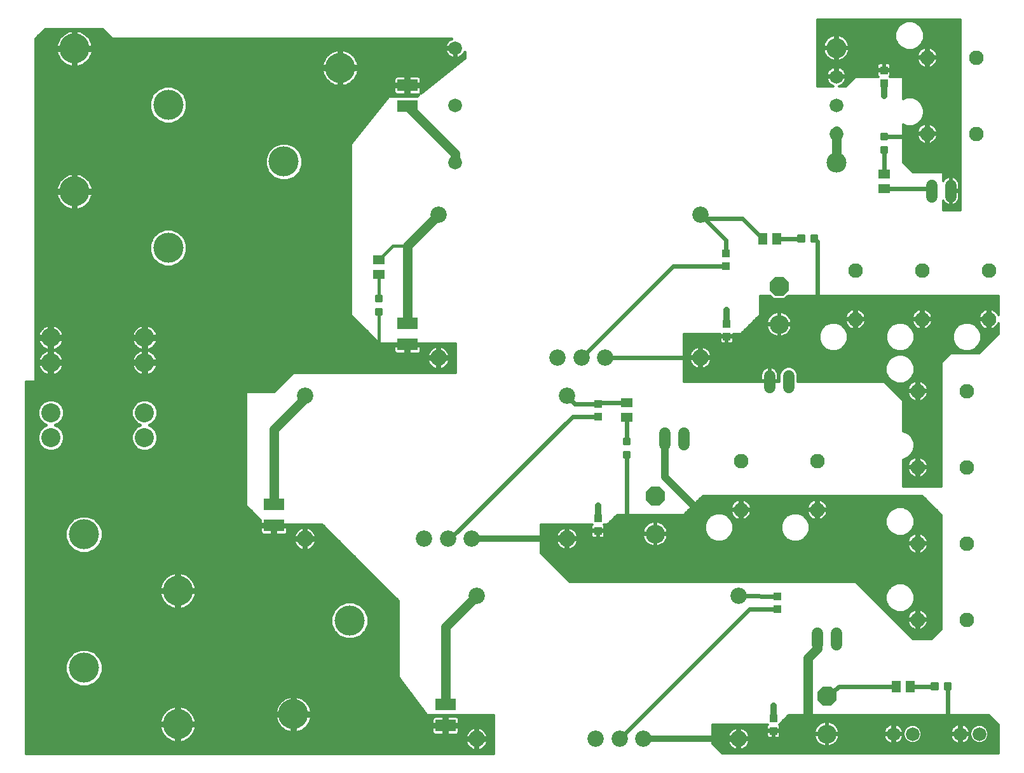
<source format=gtl>
G75*
%MOIN*%
%OFA0B0*%
%FSLAX25Y25*%
%IPPOS*%
%LPD*%
%AMOC8*
5,1,8,0,0,1.08239X$1,22.5*
%
%ADD10R,0.10630X0.06299*%
%ADD11R,0.03937X0.04331*%
%ADD12C,0.10000*%
%ADD13OC8,0.10000*%
%ADD14C,0.01181*%
%ADD15C,0.15748*%
%ADD16R,0.04331X0.03937*%
%ADD17R,0.05906X0.05118*%
%ADD18R,0.05118X0.05906*%
%ADD19C,0.07677*%
%ADD20C,0.07200*%
%ADD21C,0.10500*%
%ADD22C,0.08600*%
%ADD23C,0.05937*%
%ADD24C,0.01600*%
%ADD25C,0.05000*%
%ADD26C,0.02400*%
%ADD27C,0.01200*%
%ADD28C,0.02978*%
%ADD29C,0.03200*%
%ADD30C,0.04000*%
D10*
X0141000Y0140488D03*
X0141000Y0151512D03*
X0211000Y0235488D03*
X0211000Y0246512D03*
X0211000Y0360488D03*
X0211000Y0371512D03*
X0231000Y0046512D03*
X0231000Y0035488D03*
D11*
X0311000Y0137654D03*
X0311000Y0144346D03*
X0378500Y0239654D03*
X0378500Y0246346D03*
X0461000Y0372654D03*
X0461000Y0379346D03*
X0403000Y0039346D03*
X0403000Y0032654D03*
D12*
X0431000Y0031000D03*
X0341000Y0136000D03*
X0406000Y0246000D03*
X0073205Y0239071D03*
X0073205Y0225961D03*
X0073205Y0199701D03*
X0073205Y0186591D03*
X0023992Y0186591D03*
X0023992Y0199701D03*
X0023992Y0225961D03*
X0023992Y0239071D03*
D13*
X0341000Y0156000D03*
X0406000Y0266000D03*
X0431000Y0051000D03*
D14*
X0488925Y0054622D02*
X0488925Y0057378D01*
X0488925Y0054622D02*
X0486169Y0054622D01*
X0486169Y0057378D01*
X0488925Y0057378D01*
X0488925Y0055802D02*
X0486169Y0055802D01*
X0486169Y0056982D02*
X0488925Y0056982D01*
X0495831Y0057378D02*
X0495831Y0054622D01*
X0493075Y0054622D01*
X0493075Y0057378D01*
X0495831Y0057378D01*
X0495831Y0055802D02*
X0493075Y0055802D01*
X0493075Y0056982D02*
X0495831Y0056982D01*
X0327378Y0176169D02*
X0324622Y0176169D01*
X0324622Y0178925D01*
X0327378Y0178925D01*
X0327378Y0176169D01*
X0327378Y0177349D02*
X0324622Y0177349D01*
X0324622Y0178529D02*
X0327378Y0178529D01*
X0327378Y0183075D02*
X0324622Y0183075D01*
X0324622Y0185831D01*
X0327378Y0185831D01*
X0327378Y0183075D01*
X0327378Y0184255D02*
X0324622Y0184255D01*
X0324622Y0185435D02*
X0327378Y0185435D01*
X0197378Y0251169D02*
X0194622Y0251169D01*
X0194622Y0253925D01*
X0197378Y0253925D01*
X0197378Y0251169D01*
X0197378Y0252349D02*
X0194622Y0252349D01*
X0194622Y0253529D02*
X0197378Y0253529D01*
X0197378Y0258075D02*
X0194622Y0258075D01*
X0194622Y0260831D01*
X0197378Y0260831D01*
X0197378Y0258075D01*
X0197378Y0259255D02*
X0194622Y0259255D01*
X0194622Y0260435D02*
X0197378Y0260435D01*
X0418925Y0289622D02*
X0418925Y0292378D01*
X0418925Y0289622D02*
X0416169Y0289622D01*
X0416169Y0292378D01*
X0418925Y0292378D01*
X0418925Y0290802D02*
X0416169Y0290802D01*
X0416169Y0291982D02*
X0418925Y0291982D01*
X0425831Y0292378D02*
X0425831Y0289622D01*
X0423075Y0289622D01*
X0423075Y0292378D01*
X0425831Y0292378D01*
X0425831Y0290802D02*
X0423075Y0290802D01*
X0423075Y0291982D02*
X0425831Y0291982D01*
X0459622Y0338925D02*
X0462378Y0338925D01*
X0462378Y0336169D01*
X0459622Y0336169D01*
X0459622Y0338925D01*
X0459622Y0337349D02*
X0462378Y0337349D01*
X0462378Y0338529D02*
X0459622Y0338529D01*
X0459622Y0345831D02*
X0462378Y0345831D01*
X0462378Y0343075D01*
X0459622Y0343075D01*
X0459622Y0345831D01*
X0459622Y0344255D02*
X0462378Y0344255D01*
X0462378Y0345435D02*
X0459622Y0345435D01*
D15*
X0175764Y0380606D03*
X0146236Y0331394D03*
X0085606Y0361236D03*
X0036394Y0390764D03*
X0036394Y0315764D03*
X0085606Y0286236D03*
X0041394Y0135764D03*
X0090606Y0106236D03*
X0041394Y0065764D03*
X0090606Y0036236D03*
X0151236Y0041394D03*
X0180764Y0090606D03*
D16*
X0311000Y0197654D03*
X0311000Y0204346D03*
X0378000Y0276654D03*
X0378000Y0283346D03*
X0405000Y0103346D03*
X0405000Y0096654D03*
D17*
X0326000Y0197260D03*
X0326000Y0204740D03*
X0196000Y0272260D03*
X0196000Y0279740D03*
X0461000Y0317260D03*
X0461000Y0324740D03*
D18*
X0404740Y0291000D03*
X0397260Y0291000D03*
X0467260Y0056000D03*
X0474740Y0056000D03*
D19*
X0478677Y0091000D03*
X0504268Y0091000D03*
X0504268Y0131000D03*
X0478677Y0131000D03*
X0478677Y0171000D03*
X0504268Y0171000D03*
X0504268Y0211000D03*
X0478677Y0211000D03*
X0481000Y0248677D03*
X0481000Y0274268D03*
X0446000Y0274268D03*
X0446000Y0248677D03*
X0516000Y0248677D03*
X0516000Y0274268D03*
X0509268Y0346000D03*
X0483677Y0346000D03*
X0483677Y0386000D03*
X0509268Y0386000D03*
X0426000Y0174268D03*
X0426000Y0148677D03*
X0386000Y0148677D03*
X0386000Y0174268D03*
D20*
X0466000Y0031000D03*
X0476000Y0031000D03*
X0501000Y0031000D03*
X0511000Y0031000D03*
X0236000Y0331000D03*
X0236000Y0361000D03*
X0236000Y0391000D03*
X0436000Y0376000D03*
X0436000Y0361000D03*
X0436000Y0346000D03*
D21*
X0436000Y0331000D03*
X0436000Y0391000D03*
D22*
X0364750Y0303500D03*
X0364750Y0228500D03*
X0314750Y0228500D03*
X0302250Y0228500D03*
X0289750Y0228500D03*
X0294750Y0208500D03*
X0227250Y0228500D03*
X0157250Y0208500D03*
X0157250Y0133500D03*
X0219750Y0133500D03*
X0232250Y0133500D03*
X0244750Y0133500D03*
X0247250Y0103500D03*
X0294750Y0133500D03*
X0384750Y0103500D03*
X0384750Y0028500D03*
X0334750Y0028500D03*
X0322250Y0028500D03*
X0309750Y0028500D03*
X0247250Y0028500D03*
X0227250Y0303500D03*
D23*
X0346000Y0188969D02*
X0346000Y0183031D01*
X0356000Y0183031D02*
X0356000Y0188969D01*
X0401000Y0213031D02*
X0401000Y0218969D01*
X0411000Y0218969D02*
X0411000Y0213031D01*
X0486000Y0313031D02*
X0486000Y0318969D01*
X0496000Y0318969D02*
X0496000Y0313031D01*
X0436000Y0083969D02*
X0436000Y0078031D01*
X0426000Y0078031D02*
X0426000Y0083969D01*
D24*
X0011000Y0021000D02*
X0011000Y0216000D01*
X0126000Y0216000D01*
X0126000Y0151000D01*
X0133885Y0143115D01*
X0133885Y0141263D01*
X0135737Y0141263D01*
X0136000Y0141000D01*
X0140225Y0141000D01*
X0140225Y0139713D01*
X0141775Y0139713D01*
X0141775Y0135539D01*
X0146552Y0135539D01*
X0147010Y0135661D01*
X0147420Y0135898D01*
X0147755Y0136233D01*
X0147992Y0136644D01*
X0148115Y0137102D01*
X0148115Y0139713D01*
X0141775Y0139713D01*
X0141775Y0141000D01*
X0166000Y0141000D01*
X0206000Y0101000D01*
X0206000Y0061000D01*
X0221000Y0041000D01*
X0256000Y0041000D01*
X0256000Y0021000D01*
X0011000Y0021000D01*
X0011000Y0021781D02*
X0256000Y0021781D01*
X0256000Y0023379D02*
X0250580Y0023379D01*
X0250447Y0023283D02*
X0251224Y0023847D01*
X0251903Y0024526D01*
X0252467Y0025303D01*
X0252903Y0026158D01*
X0253200Y0027072D01*
X0253335Y0027925D01*
X0247825Y0027925D01*
X0247825Y0029075D01*
X0246675Y0029075D01*
X0246675Y0034585D01*
X0245822Y0034450D01*
X0244908Y0034153D01*
X0244053Y0033717D01*
X0243276Y0033153D01*
X0242597Y0032474D01*
X0242033Y0031697D01*
X0241597Y0030842D01*
X0241300Y0029928D01*
X0241165Y0029075D01*
X0246675Y0029075D01*
X0246675Y0027925D01*
X0241165Y0027925D01*
X0241300Y0027072D01*
X0241597Y0026158D01*
X0242033Y0025303D01*
X0242597Y0024526D01*
X0243276Y0023847D01*
X0244053Y0023283D01*
X0244908Y0022847D01*
X0245822Y0022550D01*
X0246675Y0022415D01*
X0246675Y0027925D01*
X0247825Y0027925D01*
X0247825Y0022415D01*
X0248678Y0022550D01*
X0249592Y0022847D01*
X0250447Y0023283D01*
X0252231Y0024978D02*
X0256000Y0024978D01*
X0256000Y0026576D02*
X0253039Y0026576D01*
X0253335Y0029075D02*
X0253200Y0029928D01*
X0252903Y0030842D01*
X0252467Y0031697D01*
X0251903Y0032474D01*
X0251224Y0033153D01*
X0250447Y0033717D01*
X0249592Y0034153D01*
X0248678Y0034450D01*
X0247825Y0034585D01*
X0247825Y0029075D01*
X0253335Y0029075D01*
X0253224Y0029773D02*
X0256000Y0029773D01*
X0256000Y0028175D02*
X0247825Y0028175D01*
X0246675Y0028175D02*
X0095960Y0028175D01*
X0096213Y0028334D02*
X0097063Y0029012D01*
X0097831Y0029780D01*
X0098508Y0030629D01*
X0099087Y0031549D01*
X0099558Y0032528D01*
X0099917Y0033554D01*
X0100159Y0034613D01*
X0100251Y0035436D01*
X0091406Y0035436D01*
X0091406Y0026591D01*
X0092229Y0026684D01*
X0093289Y0026926D01*
X0094314Y0027285D01*
X0095293Y0027756D01*
X0096213Y0028334D01*
X0097824Y0029773D02*
X0241276Y0029773D01*
X0241867Y0031372D02*
X0237835Y0031372D01*
X0237755Y0031233D02*
X0237992Y0031644D01*
X0238115Y0032102D01*
X0238115Y0034713D01*
X0231775Y0034713D01*
X0231775Y0030539D01*
X0236552Y0030539D01*
X0237010Y0030661D01*
X0237420Y0030898D01*
X0237755Y0031233D01*
X0238115Y0032970D02*
X0243094Y0032970D01*
X0246675Y0032970D02*
X0247825Y0032970D01*
X0247825Y0031372D02*
X0246675Y0031372D01*
X0246675Y0029773D02*
X0247825Y0029773D01*
X0247825Y0026576D02*
X0246675Y0026576D01*
X0246675Y0024978D02*
X0247825Y0024978D01*
X0247825Y0023379D02*
X0246675Y0023379D01*
X0243920Y0023379D02*
X0011000Y0023379D01*
X0011000Y0024978D02*
X0242269Y0024978D01*
X0241461Y0026576D02*
X0011000Y0026576D01*
X0011000Y0028175D02*
X0085253Y0028175D01*
X0084999Y0028334D02*
X0085919Y0027756D01*
X0086898Y0027285D01*
X0087924Y0026926D01*
X0088983Y0026684D01*
X0089806Y0026591D01*
X0089806Y0035436D01*
X0080961Y0035436D01*
X0081054Y0034613D01*
X0081296Y0033554D01*
X0081655Y0032528D01*
X0082126Y0031549D01*
X0082704Y0030629D01*
X0083382Y0029780D01*
X0084150Y0029012D01*
X0084999Y0028334D01*
X0083388Y0029773D02*
X0011000Y0029773D01*
X0011000Y0031372D02*
X0082238Y0031372D01*
X0081500Y0032970D02*
X0011000Y0032970D01*
X0011000Y0034569D02*
X0081064Y0034569D01*
X0080961Y0037036D02*
X0089806Y0037036D01*
X0089806Y0035436D01*
X0091406Y0035436D01*
X0091406Y0037036D01*
X0089806Y0037036D01*
X0089806Y0045881D01*
X0088983Y0045789D01*
X0087924Y0045547D01*
X0086898Y0045188D01*
X0085919Y0044716D01*
X0084999Y0044138D01*
X0084150Y0043461D01*
X0083382Y0042693D01*
X0082704Y0041843D01*
X0082126Y0040923D01*
X0081655Y0039944D01*
X0081296Y0038919D01*
X0081054Y0037859D01*
X0080961Y0037036D01*
X0081043Y0037766D02*
X0011000Y0037766D01*
X0011000Y0039364D02*
X0081452Y0039364D01*
X0082151Y0040963D02*
X0011000Y0040963D01*
X0011000Y0042561D02*
X0083277Y0042561D01*
X0085033Y0044160D02*
X0011000Y0044160D01*
X0011000Y0045758D02*
X0088851Y0045758D01*
X0089806Y0045758D02*
X0091406Y0045758D01*
X0091406Y0045881D02*
X0092229Y0045789D01*
X0093289Y0045547D01*
X0094314Y0045188D01*
X0095293Y0044716D01*
X0096213Y0044138D01*
X0097063Y0043461D01*
X0097831Y0042693D01*
X0098508Y0041843D01*
X0099087Y0040923D01*
X0099558Y0039944D01*
X0099917Y0038919D01*
X0100159Y0037859D01*
X0100251Y0037036D01*
X0091406Y0037036D01*
X0091406Y0045881D01*
X0092362Y0045758D02*
X0142601Y0045758D01*
X0142756Y0046081D02*
X0142285Y0045102D01*
X0141926Y0044076D01*
X0141684Y0043017D01*
X0141591Y0042194D01*
X0150436Y0042194D01*
X0150436Y0051039D01*
X0149613Y0050946D01*
X0148554Y0050704D01*
X0147528Y0050345D01*
X0146549Y0049874D01*
X0145629Y0049296D01*
X0144780Y0048618D01*
X0144012Y0047850D01*
X0143334Y0047001D01*
X0142756Y0046081D01*
X0143618Y0047357D02*
X0011000Y0047357D01*
X0011000Y0048955D02*
X0145202Y0048955D01*
X0148124Y0050554D02*
X0011000Y0050554D01*
X0011000Y0052152D02*
X0212636Y0052152D01*
X0213835Y0050554D02*
X0154348Y0050554D01*
X0153919Y0050704D02*
X0152859Y0050946D01*
X0152036Y0051039D01*
X0152036Y0042194D01*
X0150436Y0042194D01*
X0150436Y0040594D01*
X0141591Y0040594D01*
X0141684Y0039771D01*
X0141926Y0038711D01*
X0142285Y0037686D01*
X0142756Y0036707D01*
X0143334Y0035787D01*
X0144012Y0034937D01*
X0144780Y0034169D01*
X0145629Y0033492D01*
X0146549Y0032913D01*
X0147528Y0032442D01*
X0148554Y0032083D01*
X0149613Y0031841D01*
X0150436Y0031749D01*
X0150436Y0040594D01*
X0152036Y0040594D01*
X0152036Y0042194D01*
X0160881Y0042194D01*
X0160789Y0043017D01*
X0160547Y0044076D01*
X0160188Y0045102D01*
X0159716Y0046081D01*
X0159138Y0047001D01*
X0158461Y0047850D01*
X0157693Y0048618D01*
X0156843Y0049296D01*
X0155923Y0049874D01*
X0154944Y0050345D01*
X0153919Y0050704D01*
X0152036Y0050554D02*
X0150436Y0050554D01*
X0150436Y0048955D02*
X0152036Y0048955D01*
X0152036Y0047357D02*
X0150436Y0047357D01*
X0150436Y0045758D02*
X0152036Y0045758D01*
X0152036Y0044160D02*
X0150436Y0044160D01*
X0150436Y0042561D02*
X0152036Y0042561D01*
X0152036Y0040963D02*
X0256000Y0040963D01*
X0256000Y0039364D02*
X0237974Y0039364D01*
X0237992Y0039333D02*
X0237755Y0039743D01*
X0237420Y0040078D01*
X0237010Y0040315D01*
X0236552Y0040438D01*
X0231775Y0040438D01*
X0231775Y0036263D01*
X0238115Y0036263D01*
X0238115Y0038875D01*
X0237992Y0039333D01*
X0238115Y0037766D02*
X0256000Y0037766D01*
X0256000Y0036167D02*
X0231775Y0036167D01*
X0231775Y0036263D02*
X0231775Y0034713D01*
X0230225Y0034713D01*
X0230225Y0030539D01*
X0225448Y0030539D01*
X0224990Y0030661D01*
X0224580Y0030898D01*
X0224245Y0031233D01*
X0224008Y0031644D01*
X0223885Y0032102D01*
X0223885Y0034713D01*
X0230225Y0034713D01*
X0230225Y0036263D01*
X0223885Y0036263D01*
X0223885Y0038875D01*
X0224008Y0039333D01*
X0224245Y0039743D01*
X0224580Y0040078D01*
X0224990Y0040315D01*
X0225448Y0040438D01*
X0230225Y0040438D01*
X0230225Y0036263D01*
X0231775Y0036263D01*
X0231775Y0037766D02*
X0230225Y0037766D01*
X0230225Y0039364D02*
X0231775Y0039364D01*
X0230225Y0036167D02*
X0159377Y0036167D01*
X0159138Y0035787D02*
X0159716Y0036707D01*
X0160188Y0037686D01*
X0160547Y0038711D01*
X0160789Y0039771D01*
X0160881Y0040594D01*
X0152036Y0040594D01*
X0152036Y0031749D01*
X0152859Y0031841D01*
X0153919Y0032083D01*
X0154944Y0032442D01*
X0155923Y0032913D01*
X0156843Y0033492D01*
X0157693Y0034169D01*
X0158461Y0034937D01*
X0159138Y0035787D01*
X0158092Y0034569D02*
X0223885Y0034569D01*
X0223885Y0032970D02*
X0156013Y0032970D01*
X0152036Y0032970D02*
X0150436Y0032970D01*
X0150436Y0034569D02*
X0152036Y0034569D01*
X0152036Y0036167D02*
X0150436Y0036167D01*
X0150436Y0037766D02*
X0152036Y0037766D01*
X0152036Y0039364D02*
X0150436Y0039364D01*
X0150436Y0040963D02*
X0099062Y0040963D01*
X0099761Y0039364D02*
X0141777Y0039364D01*
X0142257Y0037766D02*
X0100169Y0037766D01*
X0100148Y0034569D02*
X0144380Y0034569D01*
X0143095Y0036167D02*
X0091406Y0036167D01*
X0091406Y0034569D02*
X0089806Y0034569D01*
X0089806Y0036167D02*
X0011000Y0036167D01*
X0011000Y0053751D02*
X0211437Y0053751D01*
X0210238Y0055349D02*
X0011000Y0055349D01*
X0011000Y0056948D02*
X0036875Y0056948D01*
X0035801Y0057393D02*
X0039430Y0055890D01*
X0043358Y0055890D01*
X0046987Y0057393D01*
X0049764Y0060171D01*
X0051268Y0063800D01*
X0051268Y0067728D01*
X0049764Y0071357D01*
X0046987Y0074135D01*
X0043358Y0075638D01*
X0039430Y0075638D01*
X0035801Y0074135D01*
X0033023Y0071357D01*
X0031520Y0067728D01*
X0031520Y0063800D01*
X0033023Y0060171D01*
X0035801Y0057393D01*
X0034647Y0058546D02*
X0011000Y0058546D01*
X0011000Y0060145D02*
X0033049Y0060145D01*
X0032371Y0061743D02*
X0011000Y0061743D01*
X0011000Y0063342D02*
X0031709Y0063342D01*
X0031520Y0064940D02*
X0011000Y0064940D01*
X0011000Y0066539D02*
X0031520Y0066539D01*
X0031689Y0068137D02*
X0011000Y0068137D01*
X0011000Y0069736D02*
X0032351Y0069736D01*
X0033014Y0071334D02*
X0011000Y0071334D01*
X0011000Y0072933D02*
X0034599Y0072933D01*
X0036759Y0074532D02*
X0011000Y0074532D01*
X0011000Y0076130D02*
X0206000Y0076130D01*
X0206000Y0074532D02*
X0046029Y0074532D01*
X0048188Y0072933D02*
X0206000Y0072933D01*
X0206000Y0071334D02*
X0049774Y0071334D01*
X0050436Y0069736D02*
X0206000Y0069736D01*
X0206000Y0068137D02*
X0051098Y0068137D01*
X0051268Y0066539D02*
X0206000Y0066539D01*
X0206000Y0064940D02*
X0051268Y0064940D01*
X0051078Y0063342D02*
X0206000Y0063342D01*
X0206000Y0061743D02*
X0050416Y0061743D01*
X0049739Y0060145D02*
X0206641Y0060145D01*
X0207840Y0058546D02*
X0048140Y0058546D01*
X0045912Y0056948D02*
X0209039Y0056948D01*
X0215033Y0048955D02*
X0157270Y0048955D01*
X0158854Y0047357D02*
X0216232Y0047357D01*
X0217431Y0045758D02*
X0159872Y0045758D01*
X0160517Y0044160D02*
X0218630Y0044160D01*
X0219829Y0042561D02*
X0160840Y0042561D01*
X0160696Y0039364D02*
X0224026Y0039364D01*
X0223885Y0037766D02*
X0160216Y0037766D01*
X0146459Y0032970D02*
X0099713Y0032970D01*
X0098975Y0031372D02*
X0224165Y0031372D01*
X0230225Y0031372D02*
X0231775Y0031372D01*
X0231775Y0032970D02*
X0230225Y0032970D01*
X0230225Y0034569D02*
X0231775Y0034569D01*
X0238115Y0034569D02*
X0246573Y0034569D01*
X0246675Y0034569D02*
X0247825Y0034569D01*
X0247927Y0034569D02*
X0256000Y0034569D01*
X0256000Y0032970D02*
X0251406Y0032970D01*
X0252633Y0031372D02*
X0256000Y0031372D01*
X0206000Y0077729D02*
X0011000Y0077729D01*
X0011000Y0079327D02*
X0206000Y0079327D01*
X0206000Y0080926D02*
X0183194Y0080926D01*
X0182728Y0080732D02*
X0186357Y0082236D01*
X0189135Y0085013D01*
X0190638Y0088642D01*
X0190638Y0092570D01*
X0189135Y0096199D01*
X0186357Y0098977D01*
X0182728Y0100480D01*
X0178800Y0100480D01*
X0175171Y0098977D01*
X0172393Y0096199D01*
X0170890Y0092570D01*
X0170890Y0088642D01*
X0172393Y0085013D01*
X0175171Y0082236D01*
X0178800Y0080732D01*
X0182728Y0080732D01*
X0186646Y0082524D02*
X0206000Y0082524D01*
X0206000Y0084123D02*
X0188244Y0084123D01*
X0189428Y0085721D02*
X0206000Y0085721D01*
X0206000Y0087320D02*
X0190090Y0087320D01*
X0190638Y0088918D02*
X0206000Y0088918D01*
X0206000Y0090517D02*
X0190638Y0090517D01*
X0190638Y0092115D02*
X0206000Y0092115D01*
X0206000Y0093714D02*
X0190164Y0093714D01*
X0189502Y0095312D02*
X0206000Y0095312D01*
X0206000Y0096911D02*
X0188423Y0096911D01*
X0186825Y0098509D02*
X0206000Y0098509D01*
X0206000Y0100108D02*
X0183627Y0100108D01*
X0177900Y0100108D02*
X0098092Y0100108D01*
X0097831Y0099780D02*
X0098508Y0100629D01*
X0099087Y0101549D01*
X0099558Y0102528D01*
X0099917Y0103554D01*
X0100159Y0104613D01*
X0100251Y0105436D01*
X0091406Y0105436D01*
X0091406Y0096591D01*
X0092229Y0096684D01*
X0093289Y0096926D01*
X0094314Y0097285D01*
X0095293Y0097756D01*
X0096213Y0098334D01*
X0097063Y0099012D01*
X0097831Y0099780D01*
X0096433Y0098509D02*
X0174703Y0098509D01*
X0173104Y0096911D02*
X0093223Y0096911D01*
X0091406Y0096911D02*
X0089806Y0096911D01*
X0089806Y0096591D02*
X0089806Y0105436D01*
X0080961Y0105436D01*
X0081054Y0104613D01*
X0081296Y0103554D01*
X0081655Y0102528D01*
X0082126Y0101549D01*
X0082704Y0100629D01*
X0083382Y0099780D01*
X0084150Y0099012D01*
X0084999Y0098334D01*
X0085919Y0097756D01*
X0086898Y0097285D01*
X0087924Y0096926D01*
X0088983Y0096684D01*
X0089806Y0096591D01*
X0087989Y0096911D02*
X0011000Y0096911D01*
X0011000Y0098509D02*
X0084780Y0098509D01*
X0083120Y0100108D02*
X0011000Y0100108D01*
X0011000Y0101706D02*
X0082050Y0101706D01*
X0081383Y0103305D02*
X0011000Y0103305D01*
X0011000Y0104903D02*
X0081021Y0104903D01*
X0080961Y0107036D02*
X0089806Y0107036D01*
X0089806Y0105436D01*
X0091406Y0105436D01*
X0091406Y0107036D01*
X0089806Y0107036D01*
X0089806Y0115881D01*
X0088983Y0115789D01*
X0087924Y0115547D01*
X0086898Y0115188D01*
X0085919Y0114716D01*
X0084999Y0114138D01*
X0084150Y0113461D01*
X0083382Y0112693D01*
X0082704Y0111843D01*
X0082126Y0110923D01*
X0081655Y0109944D01*
X0081296Y0108919D01*
X0081054Y0107859D01*
X0080961Y0107036D01*
X0081109Y0108100D02*
X0011000Y0108100D01*
X0011000Y0106502D02*
X0089806Y0106502D01*
X0089806Y0108100D02*
X0091406Y0108100D01*
X0091406Y0107036D02*
X0091406Y0115881D01*
X0092229Y0115789D01*
X0093289Y0115547D01*
X0094314Y0115188D01*
X0095293Y0114716D01*
X0096213Y0114138D01*
X0097063Y0113461D01*
X0097831Y0112693D01*
X0098508Y0111843D01*
X0099087Y0110923D01*
X0099558Y0109944D01*
X0099917Y0108919D01*
X0100159Y0107859D01*
X0100251Y0107036D01*
X0091406Y0107036D01*
X0091406Y0106502D02*
X0200498Y0106502D01*
X0198900Y0108100D02*
X0100104Y0108100D01*
X0099644Y0109699D02*
X0197301Y0109699D01*
X0195703Y0111297D02*
X0098851Y0111297D01*
X0097628Y0112896D02*
X0194104Y0112896D01*
X0192506Y0114494D02*
X0095647Y0114494D01*
X0091406Y0114494D02*
X0089806Y0114494D01*
X0089806Y0112896D02*
X0091406Y0112896D01*
X0091406Y0111297D02*
X0089806Y0111297D01*
X0089806Y0109699D02*
X0091406Y0109699D01*
X0091406Y0104903D02*
X0089806Y0104903D01*
X0089806Y0103305D02*
X0091406Y0103305D01*
X0091406Y0101706D02*
X0089806Y0101706D01*
X0089806Y0100108D02*
X0091406Y0100108D01*
X0091406Y0098509D02*
X0089806Y0098509D01*
X0099162Y0101706D02*
X0205294Y0101706D01*
X0203695Y0103305D02*
X0099830Y0103305D01*
X0100191Y0104903D02*
X0202097Y0104903D01*
X0190907Y0116093D02*
X0011000Y0116093D01*
X0011000Y0117691D02*
X0189309Y0117691D01*
X0187710Y0119290D02*
X0011000Y0119290D01*
X0011000Y0120888D02*
X0186112Y0120888D01*
X0184513Y0122487D02*
X0011000Y0122487D01*
X0011000Y0124085D02*
X0182915Y0124085D01*
X0181316Y0125684D02*
X0011000Y0125684D01*
X0011000Y0127282D02*
X0036068Y0127282D01*
X0035801Y0127393D02*
X0039430Y0125890D01*
X0043358Y0125890D01*
X0046987Y0127393D01*
X0049764Y0130171D01*
X0051268Y0133800D01*
X0051268Y0137728D01*
X0049764Y0141357D01*
X0046987Y0144135D01*
X0043358Y0145638D01*
X0039430Y0145638D01*
X0035801Y0144135D01*
X0033023Y0141357D01*
X0031520Y0137728D01*
X0031520Y0133800D01*
X0033023Y0130171D01*
X0035801Y0127393D01*
X0034313Y0128881D02*
X0011000Y0128881D01*
X0011000Y0130479D02*
X0032895Y0130479D01*
X0032233Y0132078D02*
X0011000Y0132078D01*
X0011000Y0133676D02*
X0031571Y0133676D01*
X0031520Y0135275D02*
X0011000Y0135275D01*
X0011000Y0136873D02*
X0031520Y0136873D01*
X0031828Y0138472D02*
X0011000Y0138472D01*
X0011000Y0140070D02*
X0032490Y0140070D01*
X0033335Y0141669D02*
X0011000Y0141669D01*
X0011000Y0143268D02*
X0034933Y0143268D01*
X0037566Y0144866D02*
X0011000Y0144866D01*
X0011000Y0146465D02*
X0130535Y0146465D01*
X0128937Y0148063D02*
X0011000Y0148063D01*
X0011000Y0149662D02*
X0127338Y0149662D01*
X0126000Y0151260D02*
X0011000Y0151260D01*
X0011000Y0152859D02*
X0126000Y0152859D01*
X0126000Y0154457D02*
X0011000Y0154457D01*
X0011000Y0156056D02*
X0126000Y0156056D01*
X0126000Y0157654D02*
X0011000Y0157654D01*
X0011000Y0159253D02*
X0126000Y0159253D01*
X0126000Y0160851D02*
X0011000Y0160851D01*
X0011000Y0162450D02*
X0126000Y0162450D01*
X0126000Y0164048D02*
X0011000Y0164048D01*
X0011000Y0165647D02*
X0126000Y0165647D01*
X0126000Y0167245D02*
X0011000Y0167245D01*
X0011000Y0168844D02*
X0126000Y0168844D01*
X0126000Y0170442D02*
X0011000Y0170442D01*
X0011000Y0172041D02*
X0126000Y0172041D01*
X0126000Y0173639D02*
X0011000Y0173639D01*
X0011000Y0175238D02*
X0126000Y0175238D01*
X0126000Y0176836D02*
X0011000Y0176836D01*
X0011000Y0178435D02*
X0126000Y0178435D01*
X0126000Y0180033D02*
X0075666Y0180033D01*
X0074597Y0179591D02*
X0077170Y0180656D01*
X0079139Y0182625D01*
X0080205Y0185198D01*
X0080205Y0187983D01*
X0079139Y0190556D01*
X0077170Y0192525D01*
X0075671Y0193146D01*
X0077170Y0193766D01*
X0079139Y0195736D01*
X0080205Y0198308D01*
X0080205Y0201093D01*
X0079139Y0203666D01*
X0077170Y0205635D01*
X0074597Y0206701D01*
X0071812Y0206701D01*
X0069240Y0205635D01*
X0067270Y0203666D01*
X0066205Y0201093D01*
X0066205Y0198308D01*
X0067270Y0195736D01*
X0069240Y0193766D01*
X0070738Y0193146D01*
X0069240Y0192525D01*
X0067270Y0190556D01*
X0066205Y0187983D01*
X0066205Y0185198D01*
X0067270Y0182625D01*
X0069240Y0180656D01*
X0071812Y0179591D01*
X0074597Y0179591D01*
X0070744Y0180033D02*
X0026453Y0180033D01*
X0025385Y0179591D02*
X0027957Y0180656D01*
X0029926Y0182625D01*
X0030992Y0185198D01*
X0030992Y0187983D01*
X0029926Y0190556D01*
X0027957Y0192525D01*
X0026459Y0193146D01*
X0027957Y0193766D01*
X0029926Y0195736D01*
X0030992Y0198308D01*
X0030992Y0201093D01*
X0029926Y0203666D01*
X0027957Y0205635D01*
X0025385Y0206701D01*
X0022600Y0206701D01*
X0020027Y0205635D01*
X0018058Y0203666D01*
X0016992Y0201093D01*
X0016992Y0198308D01*
X0018058Y0195736D01*
X0020027Y0193766D01*
X0021526Y0193146D01*
X0020027Y0192525D01*
X0018058Y0190556D01*
X0016992Y0187983D01*
X0016992Y0185198D01*
X0018058Y0182625D01*
X0020027Y0180656D01*
X0022600Y0179591D01*
X0025385Y0179591D01*
X0021531Y0180033D02*
X0011000Y0180033D01*
X0011000Y0181632D02*
X0019051Y0181632D01*
X0017807Y0183230D02*
X0011000Y0183230D01*
X0011000Y0184829D02*
X0017145Y0184829D01*
X0016992Y0186427D02*
X0011000Y0186427D01*
X0011000Y0188026D02*
X0017010Y0188026D01*
X0017672Y0189624D02*
X0011000Y0189624D01*
X0011000Y0191223D02*
X0018725Y0191223D01*
X0020743Y0192821D02*
X0011000Y0192821D01*
X0011000Y0194420D02*
X0019374Y0194420D01*
X0017941Y0196018D02*
X0011000Y0196018D01*
X0011000Y0197617D02*
X0017279Y0197617D01*
X0016992Y0199215D02*
X0011000Y0199215D01*
X0011000Y0200814D02*
X0016992Y0200814D01*
X0017539Y0202412D02*
X0011000Y0202412D01*
X0011000Y0204011D02*
X0018403Y0204011D01*
X0020001Y0205609D02*
X0011000Y0205609D01*
X0011000Y0207208D02*
X0126000Y0207208D01*
X0126000Y0208806D02*
X0011000Y0208806D01*
X0011000Y0210405D02*
X0126000Y0210405D01*
X0126000Y0212003D02*
X0011000Y0212003D01*
X0011000Y0213602D02*
X0126000Y0213602D01*
X0126000Y0215201D02*
X0011000Y0215201D01*
X0016000Y0215201D02*
X0145201Y0215201D01*
X0146799Y0216799D02*
X0016000Y0216799D01*
X0016000Y0218398D02*
X0148398Y0218398D01*
X0149996Y0219996D02*
X0076474Y0219996D01*
X0076219Y0219849D02*
X0076991Y0220295D01*
X0077698Y0220837D01*
X0078328Y0221467D01*
X0078871Y0222175D01*
X0079317Y0222947D01*
X0079658Y0223770D01*
X0079888Y0224631D01*
X0079961Y0225186D01*
X0073980Y0225186D01*
X0073980Y0226735D01*
X0079961Y0226735D01*
X0079888Y0227290D01*
X0079658Y0228151D01*
X0079317Y0228975D01*
X0078871Y0229747D01*
X0078328Y0230454D01*
X0077698Y0231084D01*
X0076991Y0231627D01*
X0076219Y0232072D01*
X0075395Y0232414D01*
X0075014Y0232516D01*
X0075395Y0232618D01*
X0076219Y0232959D01*
X0076991Y0233405D01*
X0077698Y0233947D01*
X0078328Y0234578D01*
X0078871Y0235285D01*
X0079317Y0236057D01*
X0079658Y0236880D01*
X0079888Y0237741D01*
X0079961Y0238296D01*
X0073980Y0238296D01*
X0073980Y0239846D01*
X0079961Y0239846D01*
X0079888Y0240400D01*
X0079658Y0241261D01*
X0079317Y0242085D01*
X0078871Y0242857D01*
X0078328Y0243564D01*
X0077698Y0244194D01*
X0076991Y0244737D01*
X0076219Y0245183D01*
X0075395Y0245524D01*
X0074534Y0245755D01*
X0073980Y0245828D01*
X0073980Y0239846D01*
X0072430Y0239846D01*
X0072430Y0245828D01*
X0071875Y0245755D01*
X0071014Y0245524D01*
X0070191Y0245183D01*
X0069419Y0244737D01*
X0068712Y0244194D01*
X0068081Y0243564D01*
X0067539Y0242857D01*
X0067093Y0242085D01*
X0066752Y0241261D01*
X0066521Y0240400D01*
X0066448Y0239846D01*
X0072430Y0239846D01*
X0072430Y0238296D01*
X0073980Y0238296D01*
X0073980Y0226736D01*
X0072430Y0226736D01*
X0072430Y0232717D01*
X0072430Y0238296D01*
X0066448Y0238296D01*
X0066521Y0237741D01*
X0066752Y0236880D01*
X0067093Y0236057D01*
X0067539Y0235285D01*
X0068081Y0234578D01*
X0068712Y0233947D01*
X0069419Y0233405D01*
X0070191Y0232959D01*
X0071014Y0232618D01*
X0071396Y0232516D01*
X0071014Y0232414D01*
X0070191Y0232072D01*
X0069419Y0231627D01*
X0068712Y0231084D01*
X0068081Y0230454D01*
X0067539Y0229747D01*
X0067093Y0228975D01*
X0066752Y0228151D01*
X0066521Y0227290D01*
X0066448Y0226735D01*
X0072430Y0226735D01*
X0072430Y0225186D01*
X0066448Y0225186D01*
X0066521Y0224631D01*
X0066752Y0223770D01*
X0067093Y0222947D01*
X0067539Y0222175D01*
X0068081Y0221467D01*
X0068712Y0220837D01*
X0069419Y0220295D01*
X0070191Y0219849D01*
X0071014Y0219508D01*
X0071875Y0219277D01*
X0072430Y0219204D01*
X0072430Y0225186D01*
X0073980Y0225186D01*
X0073980Y0219204D01*
X0074534Y0219277D01*
X0075395Y0219508D01*
X0076219Y0219849D01*
X0073980Y0219996D02*
X0072430Y0219996D01*
X0072430Y0221595D02*
X0073980Y0221595D01*
X0073980Y0223193D02*
X0072430Y0223193D01*
X0072430Y0224792D02*
X0073980Y0224792D01*
X0073980Y0226390D02*
X0221522Y0226390D01*
X0221597Y0226158D02*
X0222033Y0225303D01*
X0222597Y0224526D01*
X0223276Y0223847D01*
X0224053Y0223283D01*
X0224908Y0222847D01*
X0225822Y0222550D01*
X0226675Y0222415D01*
X0226675Y0227925D01*
X0221165Y0227925D01*
X0221300Y0227072D01*
X0221597Y0226158D01*
X0222404Y0224792D02*
X0079909Y0224792D01*
X0079419Y0223193D02*
X0224229Y0223193D01*
X0226675Y0223193D02*
X0227825Y0223193D01*
X0227825Y0222415D02*
X0228678Y0222550D01*
X0229592Y0222847D01*
X0230447Y0223283D01*
X0231224Y0223847D01*
X0231903Y0224526D01*
X0232467Y0225303D01*
X0232903Y0226158D01*
X0233200Y0227072D01*
X0233335Y0227925D01*
X0227825Y0227925D01*
X0227825Y0229075D01*
X0226675Y0229075D01*
X0226675Y0234585D01*
X0225822Y0234450D01*
X0224908Y0234153D01*
X0224053Y0233717D01*
X0223276Y0233153D01*
X0222597Y0232474D01*
X0222033Y0231697D01*
X0221597Y0230842D01*
X0221300Y0229928D01*
X0221165Y0229075D01*
X0226675Y0229075D01*
X0226675Y0227925D01*
X0227825Y0227925D01*
X0227825Y0222415D01*
X0227825Y0224792D02*
X0226675Y0224792D01*
X0226675Y0226390D02*
X0227825Y0226390D01*
X0227825Y0227989D02*
X0236000Y0227989D01*
X0236000Y0229587D02*
X0233254Y0229587D01*
X0233200Y0229928D02*
X0232903Y0230842D01*
X0232467Y0231697D01*
X0231903Y0232474D01*
X0231224Y0233153D01*
X0230447Y0233717D01*
X0229592Y0234153D01*
X0228678Y0234450D01*
X0227825Y0234585D01*
X0227825Y0229075D01*
X0233335Y0229075D01*
X0233200Y0229928D01*
X0232728Y0231186D02*
X0236000Y0231186D01*
X0236000Y0232784D02*
X0231593Y0232784D01*
X0228885Y0234383D02*
X0236000Y0234383D01*
X0236000Y0235981D02*
X0211775Y0235981D01*
X0211775Y0236000D02*
X0236000Y0236000D01*
X0236000Y0221000D01*
X0151000Y0221000D01*
X0141000Y0211000D01*
X0016000Y0211000D01*
X0016000Y0396000D01*
X0021000Y0401000D01*
X0051000Y0401000D01*
X0056000Y0396000D01*
X0233919Y0396000D01*
X0233170Y0395618D01*
X0232482Y0395119D01*
X0231881Y0394518D01*
X0231382Y0393830D01*
X0230996Y0393073D01*
X0230733Y0392265D01*
X0230600Y0391425D01*
X0230600Y0391400D01*
X0235600Y0391400D01*
X0235600Y0390600D01*
X0236400Y0390600D01*
X0236400Y0385600D01*
X0236425Y0385600D01*
X0237265Y0385733D01*
X0238073Y0385996D01*
X0238830Y0386382D01*
X0239518Y0386881D01*
X0240119Y0387482D01*
X0240618Y0388170D01*
X0241000Y0388919D01*
X0241000Y0386000D01*
X0217913Y0367531D01*
X0217992Y0367667D01*
X0218115Y0368125D01*
X0218115Y0370737D01*
X0211775Y0370737D01*
X0211775Y0372287D01*
X0210225Y0372287D01*
X0210225Y0376461D01*
X0205448Y0376461D01*
X0204990Y0376339D01*
X0204580Y0376102D01*
X0204245Y0375767D01*
X0204008Y0375356D01*
X0203885Y0374898D01*
X0203885Y0372287D01*
X0210225Y0372287D01*
X0210225Y0370737D01*
X0203885Y0370737D01*
X0203885Y0368125D01*
X0204008Y0367667D01*
X0204245Y0367257D01*
X0204580Y0366922D01*
X0204990Y0366685D01*
X0205448Y0366562D01*
X0210225Y0366562D01*
X0210225Y0370737D01*
X0211775Y0370737D01*
X0211775Y0366562D01*
X0216552Y0366562D01*
X0216779Y0366623D01*
X0216000Y0366000D01*
X0201000Y0366000D01*
X0181000Y0341000D01*
X0181000Y0251000D01*
X0196000Y0236000D01*
X0196000Y0252547D01*
X0196000Y0259453D02*
X0196000Y0272260D01*
X0196000Y0279740D02*
X0203510Y0287250D01*
X0211000Y0287250D01*
X0181000Y0287134D02*
X0095480Y0287134D01*
X0095480Y0288200D02*
X0093977Y0291829D01*
X0091199Y0294607D01*
X0087570Y0296110D01*
X0083642Y0296110D01*
X0080013Y0294607D01*
X0077236Y0291829D01*
X0075732Y0288200D01*
X0075732Y0284272D01*
X0077236Y0280643D01*
X0080013Y0277865D01*
X0083642Y0276362D01*
X0087570Y0276362D01*
X0091199Y0277865D01*
X0093977Y0280643D01*
X0095480Y0284272D01*
X0095480Y0288200D01*
X0095260Y0288732D02*
X0181000Y0288732D01*
X0181000Y0290331D02*
X0094598Y0290331D01*
X0093877Y0291929D02*
X0181000Y0291929D01*
X0181000Y0293528D02*
X0092279Y0293528D01*
X0089946Y0295126D02*
X0181000Y0295126D01*
X0181000Y0296725D02*
X0016000Y0296725D01*
X0016000Y0298323D02*
X0181000Y0298323D01*
X0181000Y0299922D02*
X0016000Y0299922D01*
X0016000Y0301520D02*
X0181000Y0301520D01*
X0181000Y0303119D02*
X0016000Y0303119D01*
X0016000Y0304717D02*
X0181000Y0304717D01*
X0181000Y0306316D02*
X0038473Y0306316D01*
X0038017Y0306211D02*
X0039076Y0306453D01*
X0040102Y0306812D01*
X0041081Y0307284D01*
X0042001Y0307862D01*
X0042850Y0308539D01*
X0043618Y0309307D01*
X0044296Y0310157D01*
X0044874Y0311077D01*
X0045345Y0312056D01*
X0045704Y0313081D01*
X0045946Y0314141D01*
X0046039Y0314964D01*
X0037194Y0314964D01*
X0037194Y0316564D01*
X0046039Y0316564D01*
X0045946Y0317387D01*
X0045704Y0318446D01*
X0045345Y0319472D01*
X0044874Y0320451D01*
X0044296Y0321371D01*
X0043618Y0322220D01*
X0042850Y0322988D01*
X0042001Y0323666D01*
X0041081Y0324244D01*
X0040102Y0324715D01*
X0039076Y0325074D01*
X0038017Y0325316D01*
X0037194Y0325409D01*
X0037194Y0316564D01*
X0035594Y0316564D01*
X0035594Y0325409D01*
X0034771Y0325316D01*
X0033711Y0325074D01*
X0032686Y0324715D01*
X0031707Y0324244D01*
X0030787Y0323666D01*
X0029937Y0322988D01*
X0029169Y0322220D01*
X0028492Y0321371D01*
X0027913Y0320451D01*
X0027442Y0319472D01*
X0027083Y0318446D01*
X0026841Y0317387D01*
X0026749Y0316564D01*
X0035594Y0316564D01*
X0035594Y0314964D01*
X0037194Y0314964D01*
X0037194Y0306119D01*
X0038017Y0306211D01*
X0037194Y0306316D02*
X0035594Y0306316D01*
X0035594Y0306119D02*
X0035594Y0314964D01*
X0026749Y0314964D01*
X0026841Y0314141D01*
X0027083Y0313081D01*
X0027442Y0312056D01*
X0027913Y0311077D01*
X0028492Y0310157D01*
X0029169Y0309307D01*
X0029937Y0308539D01*
X0030787Y0307862D01*
X0031707Y0307284D01*
X0032686Y0306812D01*
X0033711Y0306453D01*
X0034771Y0306211D01*
X0035594Y0306119D01*
X0034314Y0306316D02*
X0016000Y0306316D01*
X0016000Y0307914D02*
X0030721Y0307914D01*
X0029005Y0309513D02*
X0016000Y0309513D01*
X0016000Y0311111D02*
X0027897Y0311111D01*
X0027213Y0312710D02*
X0016000Y0312710D01*
X0016000Y0314308D02*
X0026822Y0314308D01*
X0026868Y0317505D02*
X0016000Y0317505D01*
X0016000Y0315907D02*
X0035594Y0315907D01*
X0035594Y0317505D02*
X0037194Y0317505D01*
X0037194Y0315907D02*
X0181000Y0315907D01*
X0181000Y0317505D02*
X0045919Y0317505D01*
X0045474Y0319104D02*
X0181000Y0319104D01*
X0181000Y0320702D02*
X0044716Y0320702D01*
X0043538Y0322301D02*
X0142386Y0322301D01*
X0140643Y0323023D02*
X0144272Y0321520D01*
X0148200Y0321520D01*
X0151829Y0323023D01*
X0154607Y0325801D01*
X0156110Y0329430D01*
X0156110Y0333358D01*
X0154607Y0336987D01*
X0151829Y0339764D01*
X0148200Y0341268D01*
X0144272Y0341268D01*
X0140643Y0339764D01*
X0137865Y0336987D01*
X0136362Y0333358D01*
X0136362Y0329430D01*
X0137865Y0325801D01*
X0140643Y0323023D01*
X0139767Y0323899D02*
X0041629Y0323899D01*
X0037194Y0323899D02*
X0035594Y0323899D01*
X0035594Y0322301D02*
X0037194Y0322301D01*
X0037194Y0320702D02*
X0035594Y0320702D01*
X0035594Y0319104D02*
X0037194Y0319104D01*
X0037194Y0314308D02*
X0035594Y0314308D01*
X0035594Y0312710D02*
X0037194Y0312710D01*
X0037194Y0311111D02*
X0035594Y0311111D01*
X0035594Y0309513D02*
X0037194Y0309513D01*
X0037194Y0307914D02*
X0035594Y0307914D01*
X0042067Y0307914D02*
X0181000Y0307914D01*
X0181000Y0309513D02*
X0043782Y0309513D01*
X0044890Y0311111D02*
X0181000Y0311111D01*
X0181000Y0312710D02*
X0045574Y0312710D01*
X0045965Y0314308D02*
X0181000Y0314308D01*
X0181000Y0322301D02*
X0150086Y0322301D01*
X0152706Y0323899D02*
X0181000Y0323899D01*
X0181000Y0325498D02*
X0154304Y0325498D01*
X0155144Y0327096D02*
X0181000Y0327096D01*
X0181000Y0328695D02*
X0155806Y0328695D01*
X0156110Y0330293D02*
X0181000Y0330293D01*
X0181000Y0331892D02*
X0156110Y0331892D01*
X0156055Y0333490D02*
X0181000Y0333490D01*
X0181000Y0335089D02*
X0155393Y0335089D01*
X0154731Y0336687D02*
X0181000Y0336687D01*
X0181000Y0338286D02*
X0153308Y0338286D01*
X0151540Y0339884D02*
X0181000Y0339884D01*
X0181386Y0341483D02*
X0016000Y0341483D01*
X0016000Y0343081D02*
X0182665Y0343081D01*
X0183944Y0344680D02*
X0016000Y0344680D01*
X0016000Y0346278D02*
X0185223Y0346278D01*
X0186502Y0347877D02*
X0016000Y0347877D01*
X0016000Y0349475D02*
X0187780Y0349475D01*
X0189059Y0351074D02*
X0016000Y0351074D01*
X0016000Y0352672D02*
X0080479Y0352672D01*
X0080013Y0352865D02*
X0083642Y0351362D01*
X0087570Y0351362D01*
X0091199Y0352865D01*
X0093977Y0355643D01*
X0095480Y0359272D01*
X0095480Y0363200D01*
X0093977Y0366829D01*
X0091199Y0369607D01*
X0087570Y0371110D01*
X0083642Y0371110D01*
X0080013Y0369607D01*
X0077236Y0366829D01*
X0075732Y0363200D01*
X0075732Y0359272D01*
X0077236Y0355643D01*
X0080013Y0352865D01*
X0078608Y0354271D02*
X0016000Y0354271D01*
X0016000Y0355870D02*
X0077142Y0355870D01*
X0076480Y0357468D02*
X0016000Y0357468D01*
X0016000Y0359067D02*
X0075817Y0359067D01*
X0075732Y0360665D02*
X0016000Y0360665D01*
X0016000Y0362264D02*
X0075732Y0362264D01*
X0076006Y0363862D02*
X0016000Y0363862D01*
X0016000Y0365461D02*
X0076669Y0365461D01*
X0077465Y0367059D02*
X0016000Y0367059D01*
X0016000Y0368658D02*
X0079064Y0368658D01*
X0081580Y0370256D02*
X0016000Y0370256D01*
X0016000Y0371855D02*
X0171640Y0371855D01*
X0172056Y0371655D02*
X0173081Y0371296D01*
X0174141Y0371054D01*
X0174964Y0370961D01*
X0174964Y0379806D01*
X0176564Y0379806D01*
X0176564Y0381406D01*
X0185409Y0381406D01*
X0185316Y0382229D01*
X0185074Y0383289D01*
X0184715Y0384314D01*
X0184244Y0385293D01*
X0183666Y0386213D01*
X0182988Y0387063D01*
X0182220Y0387831D01*
X0181371Y0388508D01*
X0180451Y0389087D01*
X0179472Y0389558D01*
X0178446Y0389917D01*
X0177387Y0390159D01*
X0176564Y0390251D01*
X0176564Y0381406D01*
X0174964Y0381406D01*
X0174964Y0379806D01*
X0166119Y0379806D01*
X0166211Y0378983D01*
X0166453Y0377924D01*
X0166812Y0376898D01*
X0167284Y0375919D01*
X0167862Y0374999D01*
X0168539Y0374150D01*
X0169307Y0373382D01*
X0170157Y0372704D01*
X0171077Y0372126D01*
X0172056Y0371655D01*
X0174964Y0371855D02*
X0176564Y0371855D01*
X0176564Y0370961D02*
X0177387Y0371054D01*
X0178446Y0371296D01*
X0179472Y0371655D01*
X0180451Y0372126D01*
X0181371Y0372704D01*
X0182220Y0373382D01*
X0182988Y0374150D01*
X0183666Y0374999D01*
X0184244Y0375919D01*
X0184715Y0376898D01*
X0185074Y0377924D01*
X0185316Y0378983D01*
X0185409Y0379806D01*
X0176564Y0379806D01*
X0176564Y0370961D01*
X0176564Y0373453D02*
X0174964Y0373453D01*
X0174964Y0375052D02*
X0176564Y0375052D01*
X0176564Y0376650D02*
X0174964Y0376650D01*
X0174964Y0378249D02*
X0176564Y0378249D01*
X0176564Y0379847D02*
X0233309Y0379847D01*
X0231311Y0378249D02*
X0185148Y0378249D01*
X0184596Y0376650D02*
X0229313Y0376650D01*
X0227315Y0375052D02*
X0218074Y0375052D01*
X0218115Y0374898D02*
X0217992Y0375356D01*
X0217755Y0375767D01*
X0217420Y0376102D01*
X0217010Y0376339D01*
X0216552Y0376461D01*
X0211775Y0376461D01*
X0211775Y0372287D01*
X0218115Y0372287D01*
X0218115Y0374898D01*
X0218115Y0373453D02*
X0225316Y0373453D01*
X0223318Y0371855D02*
X0211775Y0371855D01*
X0210225Y0371855D02*
X0179887Y0371855D01*
X0182292Y0373453D02*
X0203885Y0373453D01*
X0203926Y0375052D02*
X0183699Y0375052D01*
X0174964Y0379847D02*
X0016000Y0379847D01*
X0016000Y0378249D02*
X0166379Y0378249D01*
X0166932Y0376650D02*
X0016000Y0376650D01*
X0016000Y0375052D02*
X0167829Y0375052D01*
X0169236Y0373453D02*
X0016000Y0373453D01*
X0016000Y0381446D02*
X0033744Y0381446D01*
X0033711Y0381453D02*
X0034771Y0381211D01*
X0035594Y0381119D01*
X0035594Y0389964D01*
X0037194Y0389964D01*
X0037194Y0391564D01*
X0046039Y0391564D01*
X0045946Y0392387D01*
X0045704Y0393446D01*
X0045345Y0394472D01*
X0044874Y0395451D01*
X0044296Y0396371D01*
X0043618Y0397220D01*
X0042850Y0397988D01*
X0042001Y0398666D01*
X0041081Y0399244D01*
X0040102Y0399715D01*
X0039076Y0400074D01*
X0038017Y0400316D01*
X0037194Y0400409D01*
X0037194Y0391564D01*
X0035594Y0391564D01*
X0035594Y0400409D01*
X0034771Y0400316D01*
X0033711Y0400074D01*
X0032686Y0399715D01*
X0031707Y0399244D01*
X0030787Y0398666D01*
X0029937Y0397988D01*
X0029169Y0397220D01*
X0028492Y0396371D01*
X0027913Y0395451D01*
X0027442Y0394472D01*
X0027083Y0393446D01*
X0026841Y0392387D01*
X0026749Y0391564D01*
X0035594Y0391564D01*
X0035594Y0389964D01*
X0026749Y0389964D01*
X0026841Y0389141D01*
X0027083Y0388081D01*
X0027442Y0387056D01*
X0027913Y0386077D01*
X0028492Y0385157D01*
X0029169Y0384307D01*
X0029937Y0383539D01*
X0030787Y0382862D01*
X0031707Y0382284D01*
X0032686Y0381812D01*
X0033711Y0381453D01*
X0035594Y0381446D02*
X0037194Y0381446D01*
X0037194Y0381119D02*
X0038017Y0381211D01*
X0039076Y0381453D01*
X0040102Y0381812D01*
X0041081Y0382284D01*
X0042001Y0382862D01*
X0042850Y0383539D01*
X0043618Y0384307D01*
X0044296Y0385157D01*
X0044874Y0386077D01*
X0045345Y0387056D01*
X0045704Y0388081D01*
X0045946Y0389141D01*
X0046039Y0389964D01*
X0037194Y0389964D01*
X0037194Y0381119D01*
X0039043Y0381446D02*
X0166123Y0381446D01*
X0166119Y0381406D02*
X0174964Y0381406D01*
X0174964Y0390251D01*
X0174141Y0390159D01*
X0173081Y0389917D01*
X0172056Y0389558D01*
X0171077Y0389087D01*
X0170157Y0388508D01*
X0169307Y0387831D01*
X0168539Y0387063D01*
X0167862Y0386213D01*
X0167284Y0385293D01*
X0166812Y0384314D01*
X0166453Y0383289D01*
X0166211Y0382229D01*
X0166119Y0381406D01*
X0166397Y0383044D02*
X0042230Y0383044D01*
X0043886Y0384643D02*
X0166970Y0384643D01*
X0167884Y0386241D02*
X0044953Y0386241D01*
X0045620Y0387840D02*
X0169318Y0387840D01*
X0171807Y0389438D02*
X0045980Y0389438D01*
X0045889Y0392635D02*
X0230853Y0392635D01*
X0231675Y0394234D02*
X0045429Y0394234D01*
X0044634Y0395832D02*
X0233589Y0395832D01*
X0235600Y0391037D02*
X0037194Y0391037D01*
X0037194Y0392635D02*
X0035594Y0392635D01*
X0035594Y0391037D02*
X0016000Y0391037D01*
X0016000Y0392635D02*
X0026898Y0392635D01*
X0027359Y0394234D02*
X0016000Y0394234D01*
X0016000Y0395832D02*
X0028153Y0395832D01*
X0029380Y0397431D02*
X0017431Y0397431D01*
X0019029Y0399029D02*
X0031365Y0399029D01*
X0035594Y0399029D02*
X0037194Y0399029D01*
X0037194Y0397431D02*
X0035594Y0397431D01*
X0035594Y0395832D02*
X0037194Y0395832D01*
X0037194Y0394234D02*
X0035594Y0394234D01*
X0041422Y0399029D02*
X0052971Y0399029D01*
X0054569Y0397431D02*
X0043408Y0397431D01*
X0051372Y0400628D02*
X0020628Y0400628D01*
X0016000Y0389438D02*
X0026808Y0389438D01*
X0027168Y0387840D02*
X0016000Y0387840D01*
X0016000Y0386241D02*
X0027834Y0386241D01*
X0028902Y0384643D02*
X0016000Y0384643D01*
X0016000Y0383044D02*
X0030558Y0383044D01*
X0035594Y0383044D02*
X0037194Y0383044D01*
X0037194Y0384643D02*
X0035594Y0384643D01*
X0035594Y0386241D02*
X0037194Y0386241D01*
X0037194Y0387840D02*
X0035594Y0387840D01*
X0035594Y0389438D02*
X0037194Y0389438D01*
X0089632Y0370256D02*
X0203885Y0370256D01*
X0203885Y0368658D02*
X0092149Y0368658D01*
X0093747Y0367059D02*
X0204443Y0367059D01*
X0200568Y0365461D02*
X0094544Y0365461D01*
X0095206Y0363862D02*
X0199290Y0363862D01*
X0198011Y0362264D02*
X0095480Y0362264D01*
X0095480Y0360665D02*
X0196732Y0360665D01*
X0195453Y0359067D02*
X0095395Y0359067D01*
X0094733Y0357468D02*
X0194174Y0357468D01*
X0192896Y0355870D02*
X0094071Y0355870D01*
X0092605Y0354271D02*
X0191617Y0354271D01*
X0190338Y0352672D02*
X0090734Y0352672D01*
X0136417Y0333490D02*
X0016000Y0333490D01*
X0016000Y0331892D02*
X0136362Y0331892D01*
X0136362Y0330293D02*
X0016000Y0330293D01*
X0016000Y0328695D02*
X0136667Y0328695D01*
X0137329Y0327096D02*
X0016000Y0327096D01*
X0016000Y0325498D02*
X0138168Y0325498D01*
X0137079Y0335089D02*
X0016000Y0335089D01*
X0016000Y0336687D02*
X0137741Y0336687D01*
X0139164Y0338286D02*
X0016000Y0338286D01*
X0016000Y0339884D02*
X0140933Y0339884D01*
X0174964Y0381446D02*
X0176564Y0381446D01*
X0176564Y0383044D02*
X0174964Y0383044D01*
X0174964Y0384643D02*
X0176564Y0384643D01*
X0176564Y0386241D02*
X0174964Y0386241D01*
X0174964Y0387840D02*
X0176564Y0387840D01*
X0176564Y0389438D02*
X0174964Y0389438D01*
X0179720Y0389438D02*
X0230830Y0389438D01*
X0230733Y0389735D02*
X0230996Y0388927D01*
X0231382Y0388170D01*
X0231881Y0387482D01*
X0232482Y0386881D01*
X0233170Y0386382D01*
X0233927Y0385996D01*
X0234735Y0385733D01*
X0235575Y0385600D01*
X0235600Y0385600D01*
X0235600Y0390600D01*
X0230600Y0390600D01*
X0230600Y0390575D01*
X0230733Y0389735D01*
X0231621Y0387840D02*
X0182209Y0387840D01*
X0183644Y0386241D02*
X0233445Y0386241D01*
X0235600Y0386241D02*
X0236400Y0386241D01*
X0236400Y0387840D02*
X0235600Y0387840D01*
X0235600Y0389438D02*
X0236400Y0389438D01*
X0238555Y0386241D02*
X0241000Y0386241D01*
X0241000Y0387840D02*
X0240379Y0387840D01*
X0239303Y0384643D02*
X0184557Y0384643D01*
X0185130Y0383044D02*
X0237305Y0383044D01*
X0235307Y0381446D02*
X0185404Y0381446D01*
X0210225Y0375052D02*
X0211775Y0375052D01*
X0211775Y0373453D02*
X0210225Y0373453D01*
X0210225Y0370256D02*
X0211775Y0370256D01*
X0211775Y0368658D02*
X0210225Y0368658D01*
X0210225Y0367059D02*
X0211775Y0367059D01*
X0218115Y0368658D02*
X0219322Y0368658D01*
X0218115Y0370256D02*
X0221320Y0370256D01*
X0181000Y0285535D02*
X0095480Y0285535D01*
X0095341Y0283937D02*
X0181000Y0283937D01*
X0181000Y0282338D02*
X0094679Y0282338D01*
X0094017Y0280739D02*
X0181000Y0280739D01*
X0181000Y0279141D02*
X0092475Y0279141D01*
X0090420Y0277542D02*
X0181000Y0277542D01*
X0181000Y0275944D02*
X0016000Y0275944D01*
X0016000Y0277542D02*
X0080793Y0277542D01*
X0078738Y0279141D02*
X0016000Y0279141D01*
X0016000Y0280739D02*
X0077196Y0280739D01*
X0076533Y0282338D02*
X0016000Y0282338D01*
X0016000Y0283937D02*
X0075871Y0283937D01*
X0075732Y0285535D02*
X0016000Y0285535D01*
X0016000Y0287134D02*
X0075732Y0287134D01*
X0075953Y0288732D02*
X0016000Y0288732D01*
X0016000Y0290331D02*
X0076615Y0290331D01*
X0077335Y0291929D02*
X0016000Y0291929D01*
X0016000Y0293528D02*
X0078934Y0293528D01*
X0081266Y0295126D02*
X0016000Y0295126D01*
X0016000Y0274345D02*
X0181000Y0274345D01*
X0181000Y0272747D02*
X0016000Y0272747D01*
X0016000Y0271148D02*
X0181000Y0271148D01*
X0181000Y0269550D02*
X0016000Y0269550D01*
X0016000Y0267951D02*
X0181000Y0267951D01*
X0181000Y0266353D02*
X0016000Y0266353D01*
X0016000Y0264754D02*
X0181000Y0264754D01*
X0181000Y0263156D02*
X0016000Y0263156D01*
X0016000Y0261557D02*
X0181000Y0261557D01*
X0181000Y0259959D02*
X0016000Y0259959D01*
X0016000Y0258360D02*
X0181000Y0258360D01*
X0181000Y0256762D02*
X0016000Y0256762D01*
X0016000Y0255163D02*
X0181000Y0255163D01*
X0181000Y0253565D02*
X0016000Y0253565D01*
X0016000Y0251966D02*
X0181000Y0251966D01*
X0181632Y0250368D02*
X0016000Y0250368D01*
X0016000Y0248769D02*
X0183231Y0248769D01*
X0184829Y0247171D02*
X0016000Y0247171D01*
X0016000Y0245572D02*
X0021982Y0245572D01*
X0021802Y0245524D02*
X0020978Y0245183D01*
X0020206Y0244737D01*
X0019499Y0244194D01*
X0018869Y0243564D01*
X0018326Y0242857D01*
X0017880Y0242085D01*
X0017539Y0241261D01*
X0017308Y0240400D01*
X0017235Y0239846D01*
X0023217Y0239846D01*
X0023217Y0245828D01*
X0022663Y0245755D01*
X0021802Y0245524D01*
X0023217Y0245572D02*
X0024767Y0245572D01*
X0024767Y0245828D02*
X0024767Y0239846D01*
X0023217Y0239846D01*
X0023217Y0238296D01*
X0017235Y0238296D01*
X0017308Y0237741D01*
X0017539Y0236880D01*
X0017880Y0236057D01*
X0018326Y0235285D01*
X0018869Y0234578D01*
X0019499Y0233947D01*
X0020206Y0233405D01*
X0020978Y0232959D01*
X0021802Y0232618D01*
X0022183Y0232516D01*
X0021802Y0232414D01*
X0020978Y0232072D01*
X0020206Y0231627D01*
X0019499Y0231084D01*
X0018869Y0230454D01*
X0018326Y0229747D01*
X0017880Y0228975D01*
X0017539Y0228151D01*
X0017308Y0227290D01*
X0017235Y0226735D01*
X0023217Y0226735D01*
X0023217Y0225186D01*
X0017235Y0225186D01*
X0017308Y0224631D01*
X0017539Y0223770D01*
X0017880Y0222947D01*
X0018326Y0222175D01*
X0018869Y0221467D01*
X0019499Y0220837D01*
X0020206Y0220295D01*
X0020978Y0219849D01*
X0021802Y0219508D01*
X0022663Y0219277D01*
X0023217Y0219204D01*
X0023217Y0225186D01*
X0024767Y0225186D01*
X0024767Y0226735D01*
X0030749Y0226735D01*
X0030676Y0227290D01*
X0030445Y0228151D01*
X0030104Y0228975D01*
X0029658Y0229747D01*
X0029116Y0230454D01*
X0028485Y0231084D01*
X0027778Y0231627D01*
X0027006Y0232072D01*
X0026183Y0232414D01*
X0025801Y0232516D01*
X0026183Y0232618D01*
X0027006Y0232959D01*
X0027778Y0233405D01*
X0028485Y0233947D01*
X0029116Y0234578D01*
X0029658Y0235285D01*
X0030104Y0236057D01*
X0030445Y0236880D01*
X0030676Y0237741D01*
X0030749Y0238296D01*
X0024767Y0238296D01*
X0024767Y0239846D01*
X0030749Y0239846D01*
X0030676Y0240400D01*
X0030445Y0241261D01*
X0030104Y0242085D01*
X0029658Y0242857D01*
X0029116Y0243564D01*
X0028485Y0244194D01*
X0027778Y0244737D01*
X0027006Y0245183D01*
X0026183Y0245524D01*
X0025322Y0245755D01*
X0024767Y0245828D01*
X0026002Y0245572D02*
X0071195Y0245572D01*
X0072430Y0245572D02*
X0073980Y0245572D01*
X0075214Y0245572D02*
X0186428Y0245572D01*
X0188026Y0243974D02*
X0077919Y0243974D01*
X0079149Y0242375D02*
X0189625Y0242375D01*
X0191223Y0240777D02*
X0079788Y0240777D01*
X0079845Y0237580D02*
X0194420Y0237580D01*
X0196000Y0236000D02*
X0210225Y0236000D01*
X0210225Y0234713D01*
X0211775Y0234713D01*
X0211775Y0230539D01*
X0216552Y0230539D01*
X0217010Y0230661D01*
X0217420Y0230898D01*
X0217755Y0231233D01*
X0217992Y0231644D01*
X0218115Y0232102D01*
X0218115Y0234713D01*
X0211775Y0234713D01*
X0211775Y0236000D01*
X0210225Y0235981D02*
X0079273Y0235981D01*
X0078133Y0234383D02*
X0203885Y0234383D01*
X0203885Y0234713D02*
X0203885Y0232102D01*
X0204008Y0231644D01*
X0204245Y0231233D01*
X0204580Y0230898D01*
X0204990Y0230661D01*
X0205448Y0230539D01*
X0210225Y0230539D01*
X0210225Y0234713D01*
X0203885Y0234713D01*
X0203885Y0232784D02*
X0075796Y0232784D01*
X0073980Y0232784D02*
X0072430Y0232784D01*
X0072430Y0231186D02*
X0073980Y0231186D01*
X0073980Y0229587D02*
X0072430Y0229587D01*
X0072430Y0227989D02*
X0073980Y0227989D01*
X0072430Y0226390D02*
X0024767Y0226390D01*
X0024767Y0226736D02*
X0023217Y0226736D01*
X0023217Y0232717D01*
X0023217Y0238296D01*
X0024767Y0238296D01*
X0024767Y0226736D01*
X0024767Y0227989D02*
X0023217Y0227989D01*
X0023217Y0229587D02*
X0024767Y0229587D01*
X0024767Y0231186D02*
X0023217Y0231186D01*
X0023217Y0232784D02*
X0024767Y0232784D01*
X0024767Y0234383D02*
X0023217Y0234383D01*
X0023217Y0235981D02*
X0024767Y0235981D01*
X0024767Y0237580D02*
X0023217Y0237580D01*
X0023217Y0239178D02*
X0016000Y0239178D01*
X0016000Y0237580D02*
X0017352Y0237580D01*
X0017924Y0235981D02*
X0016000Y0235981D01*
X0016000Y0234383D02*
X0019064Y0234383D01*
X0021400Y0232784D02*
X0016000Y0232784D01*
X0016000Y0231186D02*
X0019631Y0231186D01*
X0018234Y0229587D02*
X0016000Y0229587D01*
X0016000Y0227989D02*
X0017496Y0227989D01*
X0016000Y0226390D02*
X0023217Y0226390D01*
X0023217Y0224792D02*
X0024767Y0224792D01*
X0024767Y0225186D02*
X0024767Y0219204D01*
X0025322Y0219277D01*
X0026183Y0219508D01*
X0027006Y0219849D01*
X0027778Y0220295D01*
X0028485Y0220837D01*
X0029116Y0221467D01*
X0029658Y0222175D01*
X0030104Y0222947D01*
X0030445Y0223770D01*
X0030676Y0224631D01*
X0030749Y0225186D01*
X0024767Y0225186D01*
X0024767Y0223193D02*
X0023217Y0223193D01*
X0023217Y0221595D02*
X0024767Y0221595D01*
X0024767Y0219996D02*
X0023217Y0219996D01*
X0020723Y0219996D02*
X0016000Y0219996D01*
X0016000Y0221595D02*
X0018771Y0221595D01*
X0017778Y0223193D02*
X0016000Y0223193D01*
X0016000Y0224792D02*
X0017287Y0224792D01*
X0027261Y0219996D02*
X0069936Y0219996D01*
X0067984Y0221595D02*
X0029213Y0221595D01*
X0030206Y0223193D02*
X0066991Y0223193D01*
X0066500Y0224792D02*
X0030697Y0224792D01*
X0030489Y0227989D02*
X0066708Y0227989D01*
X0067447Y0229587D02*
X0029750Y0229587D01*
X0028353Y0231186D02*
X0068844Y0231186D01*
X0070613Y0232784D02*
X0026584Y0232784D01*
X0028921Y0234383D02*
X0068276Y0234383D01*
X0067137Y0235981D02*
X0030060Y0235981D01*
X0030632Y0237580D02*
X0066564Y0237580D01*
X0066622Y0240777D02*
X0030575Y0240777D01*
X0029936Y0242375D02*
X0067261Y0242375D01*
X0068491Y0243974D02*
X0028706Y0243974D01*
X0024767Y0243974D02*
X0023217Y0243974D01*
X0023217Y0242375D02*
X0024767Y0242375D01*
X0024767Y0240777D02*
X0023217Y0240777D01*
X0024767Y0239178D02*
X0072430Y0239178D01*
X0073980Y0239178D02*
X0192822Y0239178D01*
X0204292Y0231186D02*
X0077566Y0231186D01*
X0078963Y0229587D02*
X0221246Y0229587D01*
X0221772Y0231186D02*
X0217708Y0231186D01*
X0218115Y0232784D02*
X0222907Y0232784D01*
X0225615Y0234383D02*
X0218115Y0234383D01*
X0211775Y0234383D02*
X0210225Y0234383D01*
X0210225Y0232784D02*
X0211775Y0232784D01*
X0211775Y0231186D02*
X0210225Y0231186D01*
X0226675Y0231186D02*
X0227825Y0231186D01*
X0227825Y0232784D02*
X0226675Y0232784D01*
X0226675Y0234383D02*
X0227825Y0234383D01*
X0227825Y0229587D02*
X0226675Y0229587D01*
X0226675Y0227989D02*
X0079701Y0227989D01*
X0078426Y0221595D02*
X0236000Y0221595D01*
X0236000Y0223193D02*
X0230271Y0223193D01*
X0232096Y0224792D02*
X0236000Y0224792D01*
X0236000Y0226390D02*
X0232978Y0226390D01*
X0143602Y0213602D02*
X0016000Y0213602D01*
X0016000Y0212003D02*
X0142003Y0212003D01*
X0126000Y0205609D02*
X0077196Y0205609D01*
X0078794Y0204011D02*
X0126000Y0204011D01*
X0126000Y0202412D02*
X0079658Y0202412D01*
X0080205Y0200814D02*
X0126000Y0200814D01*
X0126000Y0199215D02*
X0080205Y0199215D01*
X0079918Y0197617D02*
X0126000Y0197617D01*
X0126000Y0196018D02*
X0079256Y0196018D01*
X0077823Y0194420D02*
X0126000Y0194420D01*
X0126000Y0192821D02*
X0076454Y0192821D01*
X0078472Y0191223D02*
X0126000Y0191223D01*
X0126000Y0189624D02*
X0079525Y0189624D01*
X0080187Y0188026D02*
X0126000Y0188026D01*
X0126000Y0186427D02*
X0080205Y0186427D01*
X0080052Y0184829D02*
X0126000Y0184829D01*
X0126000Y0183230D02*
X0079390Y0183230D01*
X0078145Y0181632D02*
X0126000Y0181632D01*
X0132134Y0144866D02*
X0045221Y0144866D01*
X0047854Y0143268D02*
X0133732Y0143268D01*
X0133885Y0141669D02*
X0049452Y0141669D01*
X0050297Y0140070D02*
X0140225Y0140070D01*
X0140225Y0139713D02*
X0133885Y0139713D01*
X0133885Y0137102D01*
X0134008Y0136644D01*
X0134245Y0136233D01*
X0134580Y0135898D01*
X0134990Y0135661D01*
X0135448Y0135539D01*
X0140225Y0135539D01*
X0140225Y0139713D01*
X0140225Y0138472D02*
X0141775Y0138472D01*
X0141775Y0140070D02*
X0166930Y0140070D01*
X0168528Y0138472D02*
X0160785Y0138472D01*
X0160447Y0138717D02*
X0161224Y0138153D01*
X0161903Y0137474D01*
X0162467Y0136697D01*
X0162903Y0135842D01*
X0163200Y0134928D01*
X0163335Y0134075D01*
X0157825Y0134075D01*
X0156675Y0134075D01*
X0156675Y0139585D01*
X0155822Y0139450D01*
X0154908Y0139153D01*
X0154053Y0138717D01*
X0153276Y0138153D01*
X0152597Y0137474D01*
X0152033Y0136697D01*
X0151597Y0135842D01*
X0151300Y0134928D01*
X0151165Y0134075D01*
X0156675Y0134075D01*
X0156675Y0132925D01*
X0151165Y0132925D01*
X0151300Y0132072D01*
X0151597Y0131158D01*
X0152033Y0130303D01*
X0152597Y0129526D01*
X0153276Y0128847D01*
X0154053Y0128283D01*
X0154908Y0127847D01*
X0155822Y0127550D01*
X0156675Y0127415D01*
X0156675Y0132925D01*
X0157825Y0132925D01*
X0157825Y0134075D01*
X0157825Y0139585D01*
X0158678Y0139450D01*
X0159592Y0139153D01*
X0160447Y0138717D01*
X0157825Y0138472D02*
X0156675Y0138472D01*
X0156675Y0136873D02*
X0157825Y0136873D01*
X0157825Y0135275D02*
X0156675Y0135275D01*
X0156675Y0133676D02*
X0051217Y0133676D01*
X0051268Y0135275D02*
X0151413Y0135275D01*
X0152161Y0136873D02*
X0148054Y0136873D01*
X0148115Y0138472D02*
X0153715Y0138472D01*
X0157825Y0133676D02*
X0173324Y0133676D01*
X0174922Y0132078D02*
X0163201Y0132078D01*
X0163200Y0132072D02*
X0163335Y0132925D01*
X0157825Y0132925D01*
X0157825Y0127415D01*
X0158678Y0127550D01*
X0159592Y0127847D01*
X0160447Y0128283D01*
X0161224Y0128847D01*
X0161903Y0129526D01*
X0162467Y0130303D01*
X0162903Y0131158D01*
X0163200Y0132072D01*
X0162557Y0130479D02*
X0176521Y0130479D01*
X0178119Y0128881D02*
X0161258Y0128881D01*
X0157825Y0128881D02*
X0156675Y0128881D01*
X0156675Y0130479D02*
X0157825Y0130479D01*
X0157825Y0132078D02*
X0156675Y0132078D01*
X0153242Y0128881D02*
X0048475Y0128881D01*
X0049892Y0130479D02*
X0151943Y0130479D01*
X0151299Y0132078D02*
X0050555Y0132078D01*
X0051268Y0136873D02*
X0133946Y0136873D01*
X0133885Y0138472D02*
X0050959Y0138472D01*
X0046720Y0127282D02*
X0179718Y0127282D01*
X0171725Y0135275D02*
X0163087Y0135275D01*
X0162339Y0136873D02*
X0170127Y0136873D01*
X0141775Y0136873D02*
X0140225Y0136873D01*
X0172025Y0095312D02*
X0011000Y0095312D01*
X0011000Y0093714D02*
X0171363Y0093714D01*
X0170890Y0092115D02*
X0011000Y0092115D01*
X0011000Y0090517D02*
X0170890Y0090517D01*
X0170890Y0088918D02*
X0011000Y0088918D01*
X0011000Y0087320D02*
X0171438Y0087320D01*
X0172100Y0085721D02*
X0011000Y0085721D01*
X0011000Y0084123D02*
X0173284Y0084123D01*
X0174882Y0082524D02*
X0011000Y0082524D01*
X0011000Y0080926D02*
X0178333Y0080926D01*
X0141955Y0044160D02*
X0096179Y0044160D01*
X0097936Y0042561D02*
X0141633Y0042561D01*
X0091406Y0042561D02*
X0089806Y0042561D01*
X0089806Y0040963D02*
X0091406Y0040963D01*
X0091406Y0039364D02*
X0089806Y0039364D01*
X0089806Y0037766D02*
X0091406Y0037766D01*
X0091406Y0032970D02*
X0089806Y0032970D01*
X0089806Y0031372D02*
X0091406Y0031372D01*
X0091406Y0029773D02*
X0089806Y0029773D01*
X0089806Y0028175D02*
X0091406Y0028175D01*
X0091406Y0044160D02*
X0089806Y0044160D01*
X0081569Y0109699D02*
X0011000Y0109699D01*
X0011000Y0111297D02*
X0082361Y0111297D01*
X0083585Y0112896D02*
X0011000Y0112896D01*
X0011000Y0114494D02*
X0085566Y0114494D01*
X0068264Y0181632D02*
X0028933Y0181632D01*
X0030177Y0183230D02*
X0067020Y0183230D01*
X0066358Y0184829D02*
X0030839Y0184829D01*
X0030992Y0186427D02*
X0066205Y0186427D01*
X0066222Y0188026D02*
X0030974Y0188026D01*
X0030312Y0189624D02*
X0066885Y0189624D01*
X0067938Y0191223D02*
X0029259Y0191223D01*
X0027241Y0192821D02*
X0069955Y0192821D01*
X0068586Y0194420D02*
X0028611Y0194420D01*
X0030044Y0196018D02*
X0067153Y0196018D01*
X0066491Y0197617D02*
X0030706Y0197617D01*
X0030992Y0199215D02*
X0066205Y0199215D01*
X0066205Y0200814D02*
X0030992Y0200814D01*
X0030446Y0202412D02*
X0066751Y0202412D01*
X0067615Y0204011D02*
X0029581Y0204011D01*
X0027983Y0205609D02*
X0069214Y0205609D01*
X0072430Y0234383D02*
X0073980Y0234383D01*
X0073980Y0235981D02*
X0072430Y0235981D01*
X0072430Y0237580D02*
X0073980Y0237580D01*
X0073980Y0240777D02*
X0072430Y0240777D01*
X0072430Y0242375D02*
X0073980Y0242375D01*
X0073980Y0243974D02*
X0072430Y0243974D01*
X0019278Y0243974D02*
X0016000Y0243974D01*
X0016000Y0242375D02*
X0018048Y0242375D01*
X0017409Y0240777D02*
X0016000Y0240777D01*
X0016000Y0319104D02*
X0027313Y0319104D01*
X0028072Y0320702D02*
X0016000Y0320702D01*
X0016000Y0322301D02*
X0029250Y0322301D01*
X0031158Y0323899D02*
X0016000Y0323899D01*
D25*
X0157250Y0208500D02*
X0157250Y0207250D01*
X0141000Y0191000D01*
X0141000Y0151512D01*
X0231000Y0087250D02*
X0247250Y0103500D01*
X0231000Y0087250D02*
X0231000Y0046512D01*
X0421000Y0041000D02*
X0421000Y0071000D01*
X0426000Y0076000D01*
X0426000Y0081000D01*
X0211000Y0246512D02*
X0211000Y0287250D01*
X0227250Y0303500D01*
X0236000Y0331000D02*
X0236000Y0335488D01*
X0211000Y0360488D01*
X0436000Y0347654D02*
X0436000Y0331000D01*
D26*
X0461000Y0324740D02*
X0461000Y0337547D01*
X0461000Y0344453D02*
X0474453Y0344453D01*
X0484740Y0317260D02*
X0461000Y0317260D01*
X0426000Y0289453D02*
X0426000Y0261000D01*
X0426000Y0289453D02*
X0424453Y0291000D01*
X0417547Y0291000D02*
X0404740Y0291000D01*
X0397260Y0291000D02*
X0386635Y0301625D01*
X0366625Y0301625D01*
X0364750Y0303500D01*
X0366625Y0301625D02*
X0378000Y0290250D01*
X0378000Y0283346D01*
X0378000Y0276654D02*
X0350404Y0276654D01*
X0302250Y0228500D01*
X0314750Y0228500D02*
X0364750Y0228500D01*
X0326000Y0204740D02*
X0311394Y0204740D01*
X0311000Y0204346D01*
X0298904Y0204346D01*
X0294750Y0208500D01*
X0297654Y0197654D02*
X0233500Y0133500D01*
X0232250Y0133500D01*
X0297654Y0197654D02*
X0311000Y0197654D01*
X0326000Y0197260D02*
X0326000Y0184453D01*
X0326000Y0177547D02*
X0326000Y0146000D01*
X0384750Y0103500D02*
X0386846Y0103500D01*
X0405000Y0103346D01*
X0405000Y0096654D02*
X0390404Y0096654D01*
X0322250Y0028500D01*
X0431000Y0051000D02*
X0437260Y0056000D01*
X0467260Y0056000D01*
X0474740Y0056000D02*
X0487547Y0056000D01*
X0494453Y0056000D02*
X0494453Y0037547D01*
X0496000Y0036000D01*
D27*
X0497204Y0034558D02*
X0479230Y0034558D01*
X0478719Y0035069D02*
X0480069Y0033719D01*
X0480800Y0031955D01*
X0480800Y0030045D01*
X0480069Y0028281D01*
X0478719Y0026931D01*
X0476955Y0026200D01*
X0475045Y0026200D01*
X0473281Y0026931D01*
X0471931Y0028281D01*
X0471200Y0030045D01*
X0471200Y0031955D01*
X0471931Y0033719D01*
X0473281Y0035069D01*
X0475045Y0035800D01*
X0476955Y0035800D01*
X0478719Y0035069D01*
X0477059Y0035757D02*
X0498882Y0035757D01*
X0499004Y0035819D02*
X0498275Y0035447D01*
X0497612Y0034966D01*
X0497034Y0034388D01*
X0496553Y0033725D01*
X0496181Y0032996D01*
X0495928Y0032218D01*
X0495830Y0031600D01*
X0500400Y0031600D01*
X0500400Y0036170D01*
X0499782Y0036072D01*
X0499004Y0035819D01*
X0500400Y0035757D02*
X0501600Y0035757D01*
X0501600Y0036170D02*
X0502218Y0036072D01*
X0502996Y0035819D01*
X0503725Y0035447D01*
X0504388Y0034966D01*
X0504966Y0034388D01*
X0505447Y0033725D01*
X0505819Y0032996D01*
X0506072Y0032218D01*
X0506170Y0031600D01*
X0501600Y0031600D01*
X0501600Y0030400D01*
X0506170Y0030400D01*
X0506072Y0029782D01*
X0505819Y0029004D01*
X0505447Y0028275D01*
X0504966Y0027612D01*
X0504388Y0027034D01*
X0503725Y0026553D01*
X0502996Y0026181D01*
X0502218Y0025928D01*
X0501600Y0025830D01*
X0501600Y0030400D01*
X0500400Y0030400D01*
X0500400Y0025830D01*
X0499782Y0025928D01*
X0499004Y0026181D01*
X0498275Y0026553D01*
X0497612Y0027034D01*
X0497034Y0027612D01*
X0496553Y0028275D01*
X0496181Y0029004D01*
X0495928Y0029782D01*
X0495830Y0030400D01*
X0500400Y0030400D01*
X0500400Y0031600D01*
X0501600Y0031600D01*
X0501600Y0036170D01*
X0503118Y0035757D02*
X0509941Y0035757D01*
X0510045Y0035800D02*
X0508281Y0035069D01*
X0506931Y0033719D01*
X0506200Y0031955D01*
X0506200Y0030045D01*
X0506931Y0028281D01*
X0508281Y0026931D01*
X0510045Y0026200D01*
X0511955Y0026200D01*
X0513719Y0026931D01*
X0515069Y0028281D01*
X0515800Y0030045D01*
X0515800Y0031955D01*
X0515069Y0033719D01*
X0513719Y0035069D01*
X0511955Y0035800D01*
X0510045Y0035800D01*
X0512059Y0035757D02*
X0521000Y0035757D01*
X0521000Y0036000D02*
X0521000Y0021000D01*
X0376000Y0021000D01*
X0371000Y0026000D01*
X0371000Y0036000D01*
X0399950Y0036000D01*
X0399751Y0035801D01*
X0399541Y0035436D01*
X0399431Y0035030D01*
X0399431Y0033038D01*
X0402616Y0033038D01*
X0402616Y0032269D01*
X0403384Y0032269D01*
X0403384Y0028888D01*
X0405179Y0028888D01*
X0405586Y0028997D01*
X0405951Y0029208D01*
X0406249Y0029506D01*
X0406459Y0029871D01*
X0406568Y0030278D01*
X0406568Y0032269D01*
X0403384Y0032269D01*
X0403384Y0033038D01*
X0406568Y0033038D01*
X0406568Y0035030D01*
X0406459Y0035436D01*
X0406249Y0035801D01*
X0406025Y0036025D01*
X0411000Y0041000D01*
X0516000Y0041000D01*
X0521000Y0036000D01*
X0520045Y0036955D02*
X0433869Y0036955D01*
X0433925Y0036932D02*
X0433126Y0037263D01*
X0432290Y0037487D01*
X0431433Y0037600D01*
X0431400Y0037600D01*
X0431400Y0031400D01*
X0430600Y0031400D01*
X0430600Y0037600D01*
X0430567Y0037600D01*
X0429710Y0037487D01*
X0428874Y0037263D01*
X0428075Y0036932D01*
X0427325Y0036499D01*
X0426639Y0035973D01*
X0426027Y0035361D01*
X0425501Y0034675D01*
X0425068Y0033925D01*
X0424737Y0033126D01*
X0424513Y0032290D01*
X0424400Y0031433D01*
X0424400Y0031400D01*
X0430600Y0031400D01*
X0430600Y0030600D01*
X0424400Y0030600D01*
X0424400Y0030567D01*
X0424513Y0029710D01*
X0424737Y0028874D01*
X0425068Y0028075D01*
X0425501Y0027325D01*
X0426027Y0026639D01*
X0426639Y0026027D01*
X0427325Y0025501D01*
X0428075Y0025068D01*
X0428874Y0024737D01*
X0429710Y0024513D01*
X0430567Y0024400D01*
X0430600Y0024400D01*
X0430600Y0030600D01*
X0431400Y0030600D01*
X0431400Y0031400D01*
X0437600Y0031400D01*
X0437600Y0031433D01*
X0437487Y0032290D01*
X0437263Y0033126D01*
X0436932Y0033925D01*
X0436499Y0034675D01*
X0435973Y0035361D01*
X0435361Y0035973D01*
X0434675Y0036499D01*
X0433925Y0036932D01*
X0435577Y0035757D02*
X0463882Y0035757D01*
X0464004Y0035819D02*
X0463275Y0035447D01*
X0462612Y0034966D01*
X0462034Y0034388D01*
X0461553Y0033725D01*
X0461181Y0032996D01*
X0460928Y0032218D01*
X0460830Y0031600D01*
X0465400Y0031600D01*
X0465400Y0036170D01*
X0464782Y0036072D01*
X0464004Y0035819D01*
X0465400Y0035757D02*
X0466600Y0035757D01*
X0466600Y0036170D02*
X0467218Y0036072D01*
X0467996Y0035819D01*
X0468725Y0035447D01*
X0469388Y0034966D01*
X0469966Y0034388D01*
X0470447Y0033725D01*
X0470819Y0032996D01*
X0471072Y0032218D01*
X0471170Y0031600D01*
X0466600Y0031600D01*
X0466600Y0030400D01*
X0471170Y0030400D01*
X0471072Y0029782D01*
X0470819Y0029004D01*
X0470447Y0028275D01*
X0469966Y0027612D01*
X0469388Y0027034D01*
X0468725Y0026553D01*
X0467996Y0026181D01*
X0467218Y0025928D01*
X0466600Y0025830D01*
X0466600Y0030400D01*
X0465400Y0030400D01*
X0465400Y0025830D01*
X0464782Y0025928D01*
X0464004Y0026181D01*
X0463275Y0026553D01*
X0462612Y0027034D01*
X0462034Y0027612D01*
X0461553Y0028275D01*
X0461181Y0029004D01*
X0460928Y0029782D01*
X0460830Y0030400D01*
X0465400Y0030400D01*
X0465400Y0031600D01*
X0466600Y0031600D01*
X0466600Y0036170D01*
X0468118Y0035757D02*
X0474941Y0035757D01*
X0472770Y0034558D02*
X0469796Y0034558D01*
X0470634Y0033360D02*
X0471782Y0033360D01*
X0471286Y0032161D02*
X0471081Y0032161D01*
X0471200Y0030963D02*
X0466600Y0030963D01*
X0466600Y0032161D02*
X0465400Y0032161D01*
X0465400Y0030963D02*
X0431400Y0030963D01*
X0431400Y0030600D02*
X0437600Y0030600D01*
X0437600Y0030567D01*
X0437487Y0029710D01*
X0437263Y0028874D01*
X0436932Y0028075D01*
X0436499Y0027325D01*
X0435973Y0026639D01*
X0435361Y0026027D01*
X0434675Y0025501D01*
X0433925Y0025068D01*
X0433126Y0024737D01*
X0432290Y0024513D01*
X0431433Y0024400D01*
X0431400Y0024400D01*
X0431400Y0030600D01*
X0431400Y0029764D02*
X0430600Y0029764D01*
X0430600Y0028566D02*
X0431400Y0028566D01*
X0431400Y0027367D02*
X0430600Y0027367D01*
X0430600Y0026169D02*
X0431400Y0026169D01*
X0431400Y0024970D02*
X0430600Y0024970D01*
X0428311Y0024970D02*
X0389478Y0024970D01*
X0389250Y0024656D02*
X0389796Y0025408D01*
X0390218Y0026235D01*
X0390505Y0027118D01*
X0390628Y0027900D01*
X0385350Y0027900D01*
X0385350Y0029100D01*
X0384150Y0029100D01*
X0384150Y0034378D01*
X0383368Y0034255D01*
X0382485Y0033968D01*
X0381658Y0033546D01*
X0380906Y0033000D01*
X0380250Y0032344D01*
X0379704Y0031592D01*
X0379282Y0030765D01*
X0378995Y0029882D01*
X0378871Y0029100D01*
X0384150Y0029100D01*
X0384150Y0027900D01*
X0378871Y0027900D01*
X0378995Y0027118D01*
X0379282Y0026235D01*
X0379704Y0025408D01*
X0380250Y0024656D01*
X0380906Y0024000D01*
X0381658Y0023454D01*
X0382485Y0023032D01*
X0383368Y0022745D01*
X0384150Y0022621D01*
X0384150Y0027900D01*
X0385350Y0027900D01*
X0385350Y0022621D01*
X0386132Y0022745D01*
X0387015Y0023032D01*
X0387842Y0023454D01*
X0388594Y0024000D01*
X0389250Y0024656D01*
X0388280Y0023772D02*
X0521000Y0023772D01*
X0521000Y0024970D02*
X0433689Y0024970D01*
X0435503Y0026169D02*
X0464042Y0026169D01*
X0465400Y0026169D02*
X0466600Y0026169D01*
X0466600Y0027367D02*
X0465400Y0027367D01*
X0465400Y0028566D02*
X0466600Y0028566D01*
X0466600Y0029764D02*
X0465400Y0029764D01*
X0465400Y0033360D02*
X0466600Y0033360D01*
X0466600Y0034558D02*
X0465400Y0034558D01*
X0462204Y0034558D02*
X0436567Y0034558D01*
X0437166Y0033360D02*
X0461366Y0033360D01*
X0460919Y0032161D02*
X0437504Y0032161D01*
X0437494Y0029764D02*
X0460934Y0029764D01*
X0461404Y0028566D02*
X0437135Y0028566D01*
X0436524Y0027367D02*
X0462279Y0027367D01*
X0467958Y0026169D02*
X0499042Y0026169D01*
X0500400Y0026169D02*
X0501600Y0026169D01*
X0501600Y0027367D02*
X0500400Y0027367D01*
X0500400Y0028566D02*
X0501600Y0028566D01*
X0501600Y0029764D02*
X0500400Y0029764D01*
X0500400Y0030963D02*
X0480800Y0030963D01*
X0480714Y0032161D02*
X0495919Y0032161D01*
X0496366Y0033360D02*
X0480218Y0033360D01*
X0480684Y0029764D02*
X0495934Y0029764D01*
X0496404Y0028566D02*
X0480187Y0028566D01*
X0479155Y0027367D02*
X0497279Y0027367D01*
X0501600Y0030963D02*
X0506200Y0030963D01*
X0506286Y0032161D02*
X0506081Y0032161D01*
X0505634Y0033360D02*
X0506782Y0033360D01*
X0507770Y0034558D02*
X0504796Y0034558D01*
X0501600Y0034558D02*
X0500400Y0034558D01*
X0500400Y0033360D02*
X0501600Y0033360D01*
X0501600Y0032161D02*
X0500400Y0032161D01*
X0506066Y0029764D02*
X0506316Y0029764D01*
X0506813Y0028566D02*
X0505596Y0028566D01*
X0504721Y0027367D02*
X0507845Y0027367D01*
X0502958Y0026169D02*
X0521000Y0026169D01*
X0521000Y0027367D02*
X0514155Y0027367D01*
X0515187Y0028566D02*
X0521000Y0028566D01*
X0521000Y0029764D02*
X0515684Y0029764D01*
X0515800Y0030963D02*
X0521000Y0030963D01*
X0521000Y0032161D02*
X0515714Y0032161D01*
X0515218Y0033360D02*
X0521000Y0033360D01*
X0521000Y0034558D02*
X0514230Y0034558D01*
X0518846Y0038154D02*
X0408154Y0038154D01*
X0409352Y0039352D02*
X0517648Y0039352D01*
X0516449Y0040551D02*
X0410551Y0040551D01*
X0406955Y0036955D02*
X0428131Y0036955D01*
X0426423Y0035757D02*
X0406274Y0035757D01*
X0406568Y0034558D02*
X0425433Y0034558D01*
X0424834Y0033360D02*
X0406568Y0033360D01*
X0406568Y0032161D02*
X0424496Y0032161D01*
X0424506Y0029764D02*
X0406398Y0029764D01*
X0406568Y0030963D02*
X0430600Y0030963D01*
X0430600Y0032161D02*
X0431400Y0032161D01*
X0431400Y0033360D02*
X0430600Y0033360D01*
X0430600Y0034558D02*
X0431400Y0034558D01*
X0431400Y0035757D02*
X0430600Y0035757D01*
X0430600Y0036955D02*
X0431400Y0036955D01*
X0424864Y0028566D02*
X0385350Y0028566D01*
X0385350Y0029100D02*
X0390628Y0029100D01*
X0390505Y0029882D01*
X0390218Y0030765D01*
X0389796Y0031592D01*
X0389250Y0032344D01*
X0388594Y0033000D01*
X0387842Y0033546D01*
X0387015Y0033968D01*
X0386132Y0034255D01*
X0385350Y0034378D01*
X0385350Y0029100D01*
X0385350Y0029764D02*
X0384150Y0029764D01*
X0384150Y0028566D02*
X0371000Y0028566D01*
X0371000Y0029764D02*
X0378977Y0029764D01*
X0379383Y0030963D02*
X0371000Y0030963D01*
X0371000Y0032161D02*
X0380117Y0032161D01*
X0381401Y0033360D02*
X0371000Y0033360D01*
X0371000Y0034558D02*
X0399431Y0034558D01*
X0399431Y0033360D02*
X0388099Y0033360D01*
X0389383Y0032161D02*
X0399431Y0032161D01*
X0399431Y0032269D02*
X0399431Y0030278D01*
X0399541Y0029871D01*
X0399751Y0029506D01*
X0400049Y0029208D01*
X0400414Y0028997D01*
X0400821Y0028888D01*
X0402616Y0028888D01*
X0402616Y0032269D01*
X0399431Y0032269D01*
X0399431Y0030963D02*
X0390117Y0030963D01*
X0390523Y0029764D02*
X0399602Y0029764D01*
X0402616Y0029764D02*
X0403384Y0029764D01*
X0403384Y0030963D02*
X0402616Y0030963D01*
X0402616Y0032161D02*
X0403384Y0032161D01*
X0399726Y0035757D02*
X0371000Y0035757D01*
X0371000Y0027367D02*
X0378956Y0027367D01*
X0379316Y0026169D02*
X0371000Y0026169D01*
X0372030Y0024970D02*
X0380022Y0024970D01*
X0381220Y0023772D02*
X0373228Y0023772D01*
X0374427Y0022573D02*
X0521000Y0022573D01*
X0521000Y0021375D02*
X0375625Y0021375D01*
X0384150Y0023772D02*
X0385350Y0023772D01*
X0385350Y0024970D02*
X0384150Y0024970D01*
X0384150Y0026169D02*
X0385350Y0026169D01*
X0385350Y0027367D02*
X0384150Y0027367D01*
X0384150Y0030963D02*
X0385350Y0030963D01*
X0385350Y0032161D02*
X0384150Y0032161D01*
X0384150Y0033360D02*
X0385350Y0033360D01*
X0390544Y0027367D02*
X0425476Y0027367D01*
X0426497Y0026169D02*
X0390184Y0026169D01*
X0469721Y0027367D02*
X0472845Y0027367D01*
X0471813Y0028566D02*
X0470596Y0028566D01*
X0471066Y0029764D02*
X0471316Y0029764D01*
X0476000Y0081000D02*
X0446000Y0111000D01*
X0296000Y0111000D01*
X0281000Y0126000D01*
X0281000Y0141000D01*
X0307950Y0141000D01*
X0307751Y0140801D01*
X0307541Y0140436D01*
X0307431Y0140030D01*
X0307431Y0138038D01*
X0310616Y0138038D01*
X0310616Y0137269D01*
X0311384Y0137269D01*
X0311384Y0133888D01*
X0313179Y0133888D01*
X0313586Y0133997D01*
X0313951Y0134208D01*
X0314249Y0134506D01*
X0314459Y0134871D01*
X0314568Y0135278D01*
X0314568Y0137269D01*
X0311384Y0137269D01*
X0311384Y0138038D01*
X0314568Y0138038D01*
X0314568Y0140030D01*
X0314459Y0140436D01*
X0314249Y0140801D01*
X0314050Y0141000D01*
X0316000Y0141000D01*
X0321000Y0146000D01*
X0356000Y0146000D01*
X0366000Y0156000D01*
X0481000Y0156000D01*
X0491000Y0146000D01*
X0491000Y0086000D01*
X0486000Y0081000D01*
X0476000Y0081000D01*
X0475700Y0081300D02*
X0486300Y0081300D01*
X0487499Y0082499D02*
X0474501Y0082499D01*
X0473303Y0083697D02*
X0488697Y0083697D01*
X0489896Y0084896D02*
X0472104Y0084896D01*
X0470906Y0086094D02*
X0476326Y0086094D01*
X0476589Y0085960D02*
X0475827Y0086349D01*
X0475134Y0086852D01*
X0474529Y0087457D01*
X0474026Y0088150D01*
X0473637Y0088912D01*
X0473373Y0089726D01*
X0473266Y0090400D01*
X0478077Y0090400D01*
X0478077Y0091600D01*
X0473266Y0091600D01*
X0473373Y0092274D01*
X0473637Y0093088D01*
X0474026Y0093850D01*
X0474529Y0094543D01*
X0475134Y0095148D01*
X0475827Y0095651D01*
X0476589Y0096040D01*
X0477404Y0096305D01*
X0478077Y0096411D01*
X0478077Y0091600D01*
X0479277Y0091600D01*
X0479277Y0096411D01*
X0479951Y0096305D01*
X0480765Y0096040D01*
X0481528Y0095651D01*
X0482220Y0095148D01*
X0482825Y0094543D01*
X0483329Y0093850D01*
X0483717Y0093088D01*
X0483982Y0092274D01*
X0484088Y0091600D01*
X0479277Y0091600D01*
X0479277Y0090400D01*
X0479277Y0085589D01*
X0479951Y0085695D01*
X0480765Y0085960D01*
X0481528Y0086349D01*
X0482220Y0086852D01*
X0482825Y0087457D01*
X0483329Y0088150D01*
X0483717Y0088912D01*
X0483982Y0089726D01*
X0484088Y0090400D01*
X0479277Y0090400D01*
X0478077Y0090400D01*
X0478077Y0085589D01*
X0477404Y0085695D01*
X0476589Y0085960D01*
X0478077Y0086094D02*
X0479277Y0086094D01*
X0479277Y0087293D02*
X0478077Y0087293D01*
X0478077Y0088491D02*
X0479277Y0088491D01*
X0479277Y0089690D02*
X0478077Y0089690D01*
X0478077Y0090888D02*
X0466112Y0090888D01*
X0467310Y0089690D02*
X0473384Y0089690D01*
X0473852Y0088491D02*
X0468509Y0088491D01*
X0469707Y0087293D02*
X0474693Y0087293D01*
X0473343Y0092087D02*
X0464913Y0092087D01*
X0463715Y0093285D02*
X0473738Y0093285D01*
X0474486Y0094484D02*
X0462516Y0094484D01*
X0461318Y0095682D02*
X0466139Y0095682D01*
X0465147Y0096093D02*
X0467923Y0094943D01*
X0470928Y0094943D01*
X0473703Y0096093D01*
X0475828Y0098218D01*
X0476978Y0100994D01*
X0476978Y0103998D01*
X0475828Y0106774D01*
X0473703Y0108899D01*
X0470928Y0110049D01*
X0467923Y0110049D01*
X0465147Y0108899D01*
X0463022Y0106774D01*
X0461872Y0103998D01*
X0461872Y0100994D01*
X0463022Y0098218D01*
X0465147Y0096093D01*
X0464359Y0096881D02*
X0460119Y0096881D01*
X0458921Y0098079D02*
X0463161Y0098079D01*
X0462583Y0099278D02*
X0457722Y0099278D01*
X0456524Y0100476D02*
X0462087Y0100476D01*
X0461872Y0101675D02*
X0455325Y0101675D01*
X0454127Y0102873D02*
X0461872Y0102873D01*
X0461903Y0104072D02*
X0452928Y0104072D01*
X0451730Y0105270D02*
X0462399Y0105270D01*
X0462896Y0106469D02*
X0450531Y0106469D01*
X0449332Y0107668D02*
X0463915Y0107668D01*
X0465114Y0108866D02*
X0448134Y0108866D01*
X0446935Y0110065D02*
X0491000Y0110065D01*
X0491000Y0111263D02*
X0295737Y0111263D01*
X0294538Y0112462D02*
X0491000Y0112462D01*
X0491000Y0113660D02*
X0293340Y0113660D01*
X0292141Y0114859D02*
X0491000Y0114859D01*
X0491000Y0116057D02*
X0290943Y0116057D01*
X0289744Y0117256D02*
X0491000Y0117256D01*
X0491000Y0118454D02*
X0288546Y0118454D01*
X0287347Y0119653D02*
X0491000Y0119653D01*
X0491000Y0120851D02*
X0286149Y0120851D01*
X0284950Y0122050D02*
X0491000Y0122050D01*
X0491000Y0123248D02*
X0283752Y0123248D01*
X0282553Y0124447D02*
X0491000Y0124447D01*
X0491000Y0125645D02*
X0479634Y0125645D01*
X0479951Y0125695D02*
X0480765Y0125960D01*
X0481528Y0126349D01*
X0482220Y0126852D01*
X0482825Y0127457D01*
X0483329Y0128150D01*
X0483717Y0128912D01*
X0483982Y0129726D01*
X0484088Y0130400D01*
X0479277Y0130400D01*
X0479277Y0125589D01*
X0479951Y0125695D01*
X0479277Y0125645D02*
X0478077Y0125645D01*
X0478077Y0125589D02*
X0478077Y0130400D01*
X0473266Y0130400D01*
X0473373Y0129726D01*
X0473637Y0128912D01*
X0474026Y0128150D01*
X0474529Y0127457D01*
X0475134Y0126852D01*
X0475827Y0126349D01*
X0476589Y0125960D01*
X0477404Y0125695D01*
X0478077Y0125589D01*
X0477720Y0125645D02*
X0281355Y0125645D01*
X0281000Y0126844D02*
X0475145Y0126844D01*
X0474104Y0128042D02*
X0297034Y0128042D01*
X0297015Y0128032D02*
X0297842Y0128454D01*
X0298594Y0129000D01*
X0299250Y0129656D01*
X0299796Y0130408D01*
X0300218Y0131235D01*
X0300505Y0132118D01*
X0300628Y0132900D01*
X0295350Y0132900D01*
X0295350Y0134100D01*
X0294150Y0134100D01*
X0294150Y0139378D01*
X0293368Y0139255D01*
X0292485Y0138968D01*
X0291658Y0138546D01*
X0290906Y0138000D01*
X0290250Y0137344D01*
X0289704Y0136592D01*
X0289282Y0135765D01*
X0288995Y0134882D01*
X0288871Y0134100D01*
X0294150Y0134100D01*
X0294150Y0132900D01*
X0288871Y0132900D01*
X0288995Y0132118D01*
X0289282Y0131235D01*
X0289704Y0130408D01*
X0290250Y0129656D01*
X0290906Y0129000D01*
X0291658Y0128454D01*
X0292485Y0128032D01*
X0293368Y0127745D01*
X0294150Y0127621D01*
X0294150Y0132900D01*
X0295350Y0132900D01*
X0295350Y0127621D01*
X0296132Y0127745D01*
X0297015Y0128032D01*
X0295350Y0128042D02*
X0294150Y0128042D01*
X0294150Y0129241D02*
X0295350Y0129241D01*
X0295350Y0130439D02*
X0294150Y0130439D01*
X0294150Y0131638D02*
X0295350Y0131638D01*
X0295350Y0132836D02*
X0294150Y0132836D01*
X0294150Y0134035D02*
X0281000Y0134035D01*
X0281000Y0135233D02*
X0289110Y0135233D01*
X0289622Y0136432D02*
X0281000Y0136432D01*
X0281000Y0137630D02*
X0290536Y0137630D01*
X0292213Y0138829D02*
X0281000Y0138829D01*
X0281000Y0140027D02*
X0307431Y0140027D01*
X0307431Y0138829D02*
X0297287Y0138829D01*
X0297015Y0138968D02*
X0296132Y0139255D01*
X0295350Y0139378D01*
X0295350Y0134100D01*
X0300628Y0134100D01*
X0300505Y0134882D01*
X0300218Y0135765D01*
X0299796Y0136592D01*
X0299250Y0137344D01*
X0298594Y0138000D01*
X0297842Y0138546D01*
X0297015Y0138968D01*
X0295350Y0138829D02*
X0294150Y0138829D01*
X0294150Y0137630D02*
X0295350Y0137630D01*
X0295350Y0136432D02*
X0294150Y0136432D01*
X0294150Y0135233D02*
X0295350Y0135233D01*
X0295350Y0134035D02*
X0308349Y0134035D01*
X0308414Y0133997D02*
X0308821Y0133888D01*
X0310616Y0133888D01*
X0310616Y0137269D01*
X0307431Y0137269D01*
X0307431Y0135278D01*
X0307541Y0134871D01*
X0307751Y0134506D01*
X0308049Y0134208D01*
X0308414Y0133997D01*
X0307443Y0135233D02*
X0300390Y0135233D01*
X0299878Y0136432D02*
X0307431Y0136432D01*
X0310616Y0136432D02*
X0311384Y0136432D01*
X0311384Y0137630D02*
X0334604Y0137630D01*
X0334513Y0137290D02*
X0334400Y0136433D01*
X0334400Y0136400D01*
X0340600Y0136400D01*
X0340600Y0142600D01*
X0340567Y0142600D01*
X0339710Y0142487D01*
X0338874Y0142263D01*
X0338075Y0141932D01*
X0337325Y0141499D01*
X0336639Y0140973D01*
X0336027Y0140361D01*
X0335501Y0139675D01*
X0335068Y0138925D01*
X0334737Y0138126D01*
X0334513Y0137290D01*
X0334400Y0136432D02*
X0314568Y0136432D01*
X0314557Y0135233D02*
X0334444Y0135233D01*
X0334400Y0135567D02*
X0334513Y0134710D01*
X0334737Y0133874D01*
X0335068Y0133075D01*
X0335501Y0132325D01*
X0336027Y0131639D01*
X0336639Y0131027D01*
X0337325Y0130501D01*
X0338075Y0130068D01*
X0338874Y0129737D01*
X0339710Y0129513D01*
X0340567Y0129400D01*
X0340600Y0129400D01*
X0340600Y0135600D01*
X0334400Y0135600D01*
X0334400Y0135567D01*
X0334694Y0134035D02*
X0313651Y0134035D01*
X0311384Y0134035D02*
X0310616Y0134035D01*
X0310616Y0135233D02*
X0311384Y0135233D01*
X0310616Y0137630D02*
X0298964Y0137630D01*
X0300618Y0132836D02*
X0335206Y0132836D01*
X0336028Y0131638D02*
X0300349Y0131638D01*
X0299812Y0130439D02*
X0337432Y0130439D01*
X0340600Y0130439D02*
X0341400Y0130439D01*
X0341400Y0129400D02*
X0341433Y0129400D01*
X0342290Y0129513D01*
X0343126Y0129737D01*
X0343925Y0130068D01*
X0344675Y0130501D01*
X0345361Y0131027D01*
X0345973Y0131639D01*
X0346499Y0132325D01*
X0346932Y0133075D01*
X0347263Y0133874D01*
X0347487Y0134710D01*
X0347600Y0135567D01*
X0347600Y0135600D01*
X0341400Y0135600D01*
X0341400Y0136400D01*
X0340600Y0136400D01*
X0340600Y0135600D01*
X0341400Y0135600D01*
X0341400Y0129400D01*
X0341400Y0131638D02*
X0340600Y0131638D01*
X0340600Y0132836D02*
X0341400Y0132836D01*
X0341400Y0134035D02*
X0340600Y0134035D01*
X0340600Y0135233D02*
X0341400Y0135233D01*
X0341400Y0136400D02*
X0347600Y0136400D01*
X0347600Y0136433D01*
X0347487Y0137290D01*
X0347263Y0138126D01*
X0346932Y0138925D01*
X0346499Y0139675D01*
X0345973Y0140361D01*
X0345361Y0140973D01*
X0344675Y0141499D01*
X0343925Y0141932D01*
X0343126Y0142263D01*
X0342290Y0142487D01*
X0341433Y0142600D01*
X0341400Y0142600D01*
X0341400Y0136400D01*
X0341400Y0136432D02*
X0340600Y0136432D01*
X0340600Y0137630D02*
X0341400Y0137630D01*
X0341400Y0138829D02*
X0340600Y0138829D01*
X0340600Y0140027D02*
X0341400Y0140027D01*
X0341400Y0141226D02*
X0340600Y0141226D01*
X0340600Y0142424D02*
X0341400Y0142424D01*
X0342524Y0142424D02*
X0367571Y0142424D01*
X0367075Y0141226D02*
X0345031Y0141226D01*
X0346229Y0140027D02*
X0366951Y0140027D01*
X0366951Y0140928D02*
X0366951Y0137923D01*
X0368101Y0135147D01*
X0370226Y0133022D01*
X0373002Y0131872D01*
X0376006Y0131872D01*
X0378782Y0133022D01*
X0380907Y0135147D01*
X0382057Y0137923D01*
X0382057Y0140928D01*
X0380907Y0143703D01*
X0378782Y0145828D01*
X0376006Y0146978D01*
X0373002Y0146978D01*
X0370226Y0145828D01*
X0368101Y0143703D01*
X0366951Y0140928D01*
X0366951Y0138829D02*
X0346972Y0138829D01*
X0347396Y0137630D02*
X0367072Y0137630D01*
X0367569Y0136432D02*
X0347600Y0136432D01*
X0347556Y0135233D02*
X0368065Y0135233D01*
X0369213Y0134035D02*
X0347306Y0134035D01*
X0346794Y0132836D02*
X0370675Y0132836D01*
X0378333Y0132836D02*
X0410675Y0132836D01*
X0410226Y0133022D02*
X0413002Y0131872D01*
X0416006Y0131872D01*
X0418782Y0133022D01*
X0420907Y0135147D01*
X0422057Y0137923D01*
X0422057Y0140928D01*
X0420907Y0143703D01*
X0418782Y0145828D01*
X0416006Y0146978D01*
X0413002Y0146978D01*
X0410226Y0145828D01*
X0408101Y0143703D01*
X0406951Y0140928D01*
X0406951Y0137923D01*
X0408101Y0135147D01*
X0410226Y0133022D01*
X0409213Y0134035D02*
X0379795Y0134035D01*
X0380943Y0135233D02*
X0408065Y0135233D01*
X0407569Y0136432D02*
X0381439Y0136432D01*
X0381935Y0137630D02*
X0407072Y0137630D01*
X0406951Y0138829D02*
X0382057Y0138829D01*
X0382057Y0140027D02*
X0406951Y0140027D01*
X0407075Y0141226D02*
X0381933Y0141226D01*
X0381437Y0142424D02*
X0407571Y0142424D01*
X0408068Y0143623D02*
X0388044Y0143623D01*
X0388088Y0143637D02*
X0388850Y0144026D01*
X0389543Y0144529D01*
X0390148Y0145134D01*
X0390651Y0145827D01*
X0391040Y0146589D01*
X0391305Y0147404D01*
X0391411Y0148077D01*
X0386600Y0148077D01*
X0386600Y0143266D01*
X0387274Y0143373D01*
X0388088Y0143637D01*
X0386600Y0143623D02*
X0385400Y0143623D01*
X0385400Y0143266D02*
X0385400Y0148077D01*
X0386600Y0148077D01*
X0386600Y0149277D01*
X0391411Y0149277D01*
X0391305Y0149951D01*
X0391040Y0150765D01*
X0390651Y0151528D01*
X0390148Y0152220D01*
X0389543Y0152825D01*
X0388850Y0153329D01*
X0388088Y0153717D01*
X0387274Y0153982D01*
X0386600Y0154088D01*
X0386600Y0149277D01*
X0385400Y0149277D01*
X0385400Y0148077D01*
X0380589Y0148077D01*
X0380695Y0147404D01*
X0380960Y0146589D01*
X0381349Y0145827D01*
X0381852Y0145134D01*
X0382457Y0144529D01*
X0383150Y0144026D01*
X0383912Y0143637D01*
X0384726Y0143373D01*
X0385400Y0143266D01*
X0383956Y0143623D02*
X0380940Y0143623D01*
X0379789Y0144821D02*
X0382164Y0144821D01*
X0381250Y0146020D02*
X0378319Y0146020D01*
X0380756Y0147218D02*
X0357218Y0147218D01*
X0356020Y0146020D02*
X0370689Y0146020D01*
X0369219Y0144821D02*
X0319821Y0144821D01*
X0318623Y0143623D02*
X0368068Y0143623D01*
X0360814Y0150814D02*
X0380985Y0150814D01*
X0380960Y0150765D02*
X0380695Y0149951D01*
X0380589Y0149277D01*
X0385400Y0149277D01*
X0385400Y0154088D01*
X0384726Y0153982D01*
X0383912Y0153717D01*
X0383150Y0153329D01*
X0382457Y0152825D01*
X0381852Y0152220D01*
X0381349Y0151528D01*
X0380960Y0150765D01*
X0380642Y0149615D02*
X0359615Y0149615D01*
X0358417Y0148417D02*
X0385400Y0148417D01*
X0385400Y0149615D02*
X0386600Y0149615D01*
X0386600Y0148417D02*
X0425400Y0148417D01*
X0425400Y0148077D02*
X0420589Y0148077D01*
X0420695Y0147404D01*
X0420960Y0146589D01*
X0421349Y0145827D01*
X0421852Y0145134D01*
X0422457Y0144529D01*
X0423150Y0144026D01*
X0423912Y0143637D01*
X0424726Y0143373D01*
X0425400Y0143266D01*
X0425400Y0148077D01*
X0426600Y0148077D01*
X0426600Y0143266D01*
X0427274Y0143373D01*
X0428088Y0143637D01*
X0428850Y0144026D01*
X0429543Y0144529D01*
X0430148Y0145134D01*
X0430651Y0145827D01*
X0431040Y0146589D01*
X0431305Y0147404D01*
X0431411Y0148077D01*
X0426600Y0148077D01*
X0426600Y0149277D01*
X0431411Y0149277D01*
X0431305Y0149951D01*
X0431040Y0150765D01*
X0430651Y0151528D01*
X0430148Y0152220D01*
X0429543Y0152825D01*
X0428850Y0153329D01*
X0428088Y0153717D01*
X0427274Y0153982D01*
X0426600Y0154088D01*
X0426600Y0149277D01*
X0425400Y0149277D01*
X0425400Y0148077D01*
X0425400Y0147218D02*
X0426600Y0147218D01*
X0426600Y0146020D02*
X0425400Y0146020D01*
X0425400Y0144821D02*
X0426600Y0144821D01*
X0426600Y0143623D02*
X0425400Y0143623D01*
X0423956Y0143623D02*
X0420940Y0143623D01*
X0421437Y0142424D02*
X0461872Y0142424D01*
X0461872Y0141226D02*
X0421933Y0141226D01*
X0422057Y0140027D02*
X0462273Y0140027D01*
X0461872Y0140994D02*
X0463022Y0138218D01*
X0465147Y0136093D01*
X0467923Y0134943D01*
X0470928Y0134943D01*
X0473703Y0136093D01*
X0475828Y0138218D01*
X0476978Y0140994D01*
X0476978Y0143998D01*
X0475828Y0146774D01*
X0473703Y0148899D01*
X0470928Y0150049D01*
X0467923Y0150049D01*
X0465147Y0148899D01*
X0463022Y0146774D01*
X0461872Y0143998D01*
X0461872Y0140994D01*
X0462769Y0138829D02*
X0422057Y0138829D01*
X0421935Y0137630D02*
X0463610Y0137630D01*
X0464808Y0136432D02*
X0421439Y0136432D01*
X0420943Y0135233D02*
X0467223Y0135233D01*
X0471628Y0135233D02*
X0475251Y0135233D01*
X0475134Y0135148D02*
X0474529Y0134543D01*
X0474026Y0133850D01*
X0473637Y0133088D01*
X0473373Y0132274D01*
X0473266Y0131600D01*
X0478077Y0131600D01*
X0478077Y0130400D01*
X0479277Y0130400D01*
X0479277Y0131600D01*
X0478077Y0131600D01*
X0478077Y0136411D01*
X0477404Y0136305D01*
X0476589Y0136040D01*
X0475827Y0135651D01*
X0475134Y0135148D01*
X0474160Y0134035D02*
X0419795Y0134035D01*
X0418333Y0132836D02*
X0473555Y0132836D01*
X0473272Y0131638D02*
X0345972Y0131638D01*
X0344568Y0130439D02*
X0478077Y0130439D01*
X0478077Y0129241D02*
X0479277Y0129241D01*
X0479277Y0130439D02*
X0491000Y0130439D01*
X0491000Y0129241D02*
X0483824Y0129241D01*
X0483251Y0128042D02*
X0491000Y0128042D01*
X0491000Y0126844D02*
X0482209Y0126844D01*
X0479277Y0126844D02*
X0478077Y0126844D01*
X0478077Y0128042D02*
X0479277Y0128042D01*
X0479277Y0131600D02*
X0484088Y0131600D01*
X0483982Y0132274D01*
X0483717Y0133088D01*
X0483329Y0133850D01*
X0482825Y0134543D01*
X0482220Y0135148D01*
X0481528Y0135651D01*
X0480765Y0136040D01*
X0479951Y0136305D01*
X0479277Y0136411D01*
X0479277Y0131600D01*
X0479277Y0131638D02*
X0478077Y0131638D01*
X0478077Y0132836D02*
X0479277Y0132836D01*
X0479277Y0134035D02*
X0478077Y0134035D01*
X0478077Y0135233D02*
X0479277Y0135233D01*
X0482103Y0135233D02*
X0491000Y0135233D01*
X0491000Y0134035D02*
X0483195Y0134035D01*
X0483799Y0132836D02*
X0491000Y0132836D01*
X0491000Y0131638D02*
X0484083Y0131638D01*
X0491000Y0136432D02*
X0474042Y0136432D01*
X0475241Y0137630D02*
X0491000Y0137630D01*
X0491000Y0138829D02*
X0476081Y0138829D01*
X0476578Y0140027D02*
X0491000Y0140027D01*
X0491000Y0141226D02*
X0476978Y0141226D01*
X0476978Y0142424D02*
X0491000Y0142424D01*
X0491000Y0143623D02*
X0476978Y0143623D01*
X0476637Y0144821D02*
X0491000Y0144821D01*
X0490980Y0146020D02*
X0476141Y0146020D01*
X0475384Y0147218D02*
X0489782Y0147218D01*
X0488583Y0148417D02*
X0474186Y0148417D01*
X0471974Y0149615D02*
X0487385Y0149615D01*
X0486186Y0150814D02*
X0431015Y0150814D01*
X0431358Y0149615D02*
X0466877Y0149615D01*
X0464665Y0148417D02*
X0426600Y0148417D01*
X0426600Y0149615D02*
X0425400Y0149615D01*
X0425400Y0149277D02*
X0425400Y0154088D01*
X0424726Y0153982D01*
X0423912Y0153717D01*
X0423150Y0153329D01*
X0422457Y0152825D01*
X0421852Y0152220D01*
X0421349Y0151528D01*
X0420960Y0150765D01*
X0420695Y0149951D01*
X0420589Y0149277D01*
X0425400Y0149277D01*
X0425400Y0150814D02*
X0426600Y0150814D01*
X0426600Y0152012D02*
X0425400Y0152012D01*
X0425400Y0153211D02*
X0426600Y0153211D01*
X0429012Y0153211D02*
X0483789Y0153211D01*
X0482591Y0154409D02*
X0364409Y0154409D01*
X0363211Y0153211D02*
X0382988Y0153211D01*
X0381701Y0152012D02*
X0362012Y0152012D01*
X0365608Y0155608D02*
X0481392Y0155608D01*
X0484988Y0152012D02*
X0430299Y0152012D01*
X0431244Y0147218D02*
X0463466Y0147218D01*
X0462710Y0146020D02*
X0430750Y0146020D01*
X0429836Y0144821D02*
X0462213Y0144821D01*
X0461872Y0143623D02*
X0428044Y0143623D01*
X0422164Y0144821D02*
X0419789Y0144821D01*
X0421250Y0146020D02*
X0418319Y0146020D01*
X0420756Y0147218D02*
X0391244Y0147218D01*
X0390750Y0146020D02*
X0410689Y0146020D01*
X0409219Y0144821D02*
X0389836Y0144821D01*
X0386600Y0144821D02*
X0385400Y0144821D01*
X0385400Y0146020D02*
X0386600Y0146020D01*
X0386600Y0147218D02*
X0385400Y0147218D01*
X0385400Y0150814D02*
X0386600Y0150814D01*
X0386600Y0152012D02*
X0385400Y0152012D01*
X0385400Y0153211D02*
X0386600Y0153211D01*
X0389012Y0153211D02*
X0422988Y0153211D01*
X0421701Y0152012D02*
X0390299Y0152012D01*
X0391015Y0150814D02*
X0420985Y0150814D01*
X0420642Y0149615D02*
X0391358Y0149615D01*
X0339476Y0142424D02*
X0317424Y0142424D01*
X0316226Y0141226D02*
X0336969Y0141226D01*
X0335771Y0140027D02*
X0314568Y0140027D01*
X0314568Y0138829D02*
X0335028Y0138829D01*
X0298835Y0129241D02*
X0473530Y0129241D01*
X0473736Y0108866D02*
X0491000Y0108866D01*
X0491000Y0107668D02*
X0474935Y0107668D01*
X0475955Y0106469D02*
X0491000Y0106469D01*
X0491000Y0105270D02*
X0476451Y0105270D01*
X0476947Y0104072D02*
X0491000Y0104072D01*
X0491000Y0102873D02*
X0476978Y0102873D01*
X0476978Y0101675D02*
X0491000Y0101675D01*
X0491000Y0100476D02*
X0476764Y0100476D01*
X0476267Y0099278D02*
X0491000Y0099278D01*
X0491000Y0098079D02*
X0475690Y0098079D01*
X0474491Y0096881D02*
X0491000Y0096881D01*
X0491000Y0095682D02*
X0481467Y0095682D01*
X0482868Y0094484D02*
X0491000Y0094484D01*
X0491000Y0093285D02*
X0483617Y0093285D01*
X0484011Y0092087D02*
X0491000Y0092087D01*
X0491000Y0090888D02*
X0479277Y0090888D01*
X0479277Y0092087D02*
X0478077Y0092087D01*
X0478077Y0093285D02*
X0479277Y0093285D01*
X0479277Y0094484D02*
X0478077Y0094484D01*
X0478077Y0095682D02*
X0479277Y0095682D01*
X0475887Y0095682D02*
X0472712Y0095682D01*
X0483970Y0089690D02*
X0491000Y0089690D01*
X0491000Y0088491D02*
X0483503Y0088491D01*
X0482661Y0087293D02*
X0491000Y0087293D01*
X0491000Y0086094D02*
X0481029Y0086094D01*
X0491000Y0161000D02*
X0471000Y0161000D01*
X0471000Y0174973D01*
X0473703Y0176093D01*
X0475828Y0178218D01*
X0476978Y0180994D01*
X0476978Y0183998D01*
X0475828Y0186774D01*
X0473703Y0188899D01*
X0471000Y0190019D01*
X0471000Y0206000D01*
X0461000Y0216000D01*
X0415768Y0216000D01*
X0415768Y0219917D01*
X0415043Y0221670D01*
X0413701Y0223011D01*
X0411949Y0223737D01*
X0410051Y0223737D01*
X0408299Y0223011D01*
X0406957Y0221670D01*
X0406231Y0219917D01*
X0406231Y0216000D01*
X0401384Y0216000D01*
X0401384Y0216384D01*
X0405568Y0216384D01*
X0405568Y0219328D01*
X0405456Y0220038D01*
X0405234Y0220722D01*
X0404907Y0221363D01*
X0404485Y0221945D01*
X0403976Y0222453D01*
X0403394Y0222876D01*
X0402754Y0223202D01*
X0402070Y0223425D01*
X0401384Y0223533D01*
X0401384Y0216384D01*
X0400616Y0216384D01*
X0400616Y0216000D01*
X0356000Y0216000D01*
X0356000Y0241000D01*
X0374931Y0241000D01*
X0374931Y0240038D01*
X0378116Y0240038D01*
X0378116Y0239269D01*
X0378884Y0239269D01*
X0378884Y0235888D01*
X0380679Y0235888D01*
X0381086Y0235997D01*
X0381451Y0236208D01*
X0381749Y0236506D01*
X0381959Y0236871D01*
X0382068Y0237278D01*
X0382068Y0239269D01*
X0378884Y0239269D01*
X0378884Y0240038D01*
X0382068Y0240038D01*
X0382068Y0241000D01*
X0386000Y0241000D01*
X0396000Y0251000D01*
X0396000Y0261000D01*
X0401383Y0261000D01*
X0403183Y0259200D01*
X0408817Y0259200D01*
X0410617Y0261000D01*
X0521000Y0261000D01*
X0521000Y0250844D01*
X0520651Y0251528D01*
X0520148Y0252220D01*
X0519543Y0252825D01*
X0518850Y0253329D01*
X0518088Y0253717D01*
X0517274Y0253982D01*
X0516600Y0254088D01*
X0516600Y0249277D01*
X0515400Y0249277D01*
X0515400Y0248077D01*
X0516600Y0248077D01*
X0516600Y0243266D01*
X0517274Y0243373D01*
X0518088Y0243637D01*
X0518850Y0244026D01*
X0519543Y0244529D01*
X0520148Y0245134D01*
X0520651Y0245827D01*
X0521000Y0246511D01*
X0521000Y0241000D01*
X0511000Y0231000D01*
X0496000Y0231000D01*
X0491000Y0226000D01*
X0491000Y0161000D01*
X0491000Y0161601D02*
X0471000Y0161601D01*
X0471000Y0162799D02*
X0491000Y0162799D01*
X0491000Y0163998D02*
X0471000Y0163998D01*
X0471000Y0165196D02*
X0491000Y0165196D01*
X0491000Y0166395D02*
X0481591Y0166395D01*
X0481528Y0166349D02*
X0482220Y0166852D01*
X0482825Y0167457D01*
X0483329Y0168150D01*
X0483717Y0168912D01*
X0483982Y0169726D01*
X0484088Y0170400D01*
X0479277Y0170400D01*
X0479277Y0165589D01*
X0479951Y0165695D01*
X0480765Y0165960D01*
X0481528Y0166349D01*
X0482924Y0167593D02*
X0491000Y0167593D01*
X0491000Y0168792D02*
X0483656Y0168792D01*
X0484024Y0169990D02*
X0491000Y0169990D01*
X0491000Y0171189D02*
X0479277Y0171189D01*
X0479277Y0171600D02*
X0484088Y0171600D01*
X0483982Y0172274D01*
X0483717Y0173088D01*
X0483329Y0173850D01*
X0482825Y0174543D01*
X0482220Y0175148D01*
X0481528Y0175651D01*
X0480765Y0176040D01*
X0479951Y0176305D01*
X0479277Y0176411D01*
X0479277Y0171600D01*
X0478077Y0171600D01*
X0478077Y0170400D01*
X0473266Y0170400D01*
X0473373Y0169726D01*
X0473637Y0168912D01*
X0474026Y0168150D01*
X0474529Y0167457D01*
X0475134Y0166852D01*
X0475827Y0166349D01*
X0476589Y0165960D01*
X0477404Y0165695D01*
X0478077Y0165589D01*
X0478077Y0170400D01*
X0479277Y0170400D01*
X0479277Y0171600D01*
X0479277Y0172387D02*
X0478077Y0172387D01*
X0478077Y0171600D02*
X0478077Y0176411D01*
X0477404Y0176305D01*
X0476589Y0176040D01*
X0475827Y0175651D01*
X0475134Y0175148D01*
X0474529Y0174543D01*
X0474026Y0173850D01*
X0473637Y0173088D01*
X0473373Y0172274D01*
X0473266Y0171600D01*
X0478077Y0171600D01*
X0478077Y0171189D02*
X0471000Y0171189D01*
X0471000Y0172387D02*
X0473409Y0172387D01*
X0473891Y0173586D02*
X0471000Y0173586D01*
X0471000Y0174784D02*
X0474770Y0174784D01*
X0473437Y0175983D02*
X0476477Y0175983D01*
X0478077Y0175983D02*
X0479277Y0175983D01*
X0479277Y0174784D02*
X0478077Y0174784D01*
X0478077Y0173586D02*
X0479277Y0173586D01*
X0480878Y0175983D02*
X0491000Y0175983D01*
X0491000Y0177181D02*
X0474791Y0177181D01*
X0475895Y0178380D02*
X0491000Y0178380D01*
X0491000Y0179578D02*
X0476392Y0179578D01*
X0476888Y0180777D02*
X0491000Y0180777D01*
X0491000Y0181975D02*
X0476978Y0181975D01*
X0476978Y0183174D02*
X0491000Y0183174D01*
X0491000Y0184372D02*
X0476823Y0184372D01*
X0476327Y0185571D02*
X0491000Y0185571D01*
X0491000Y0186769D02*
X0475830Y0186769D01*
X0474635Y0187968D02*
X0491000Y0187968D01*
X0491000Y0189166D02*
X0473058Y0189166D01*
X0471000Y0190365D02*
X0491000Y0190365D01*
X0491000Y0191563D02*
X0471000Y0191563D01*
X0471000Y0192762D02*
X0491000Y0192762D01*
X0491000Y0193960D02*
X0471000Y0193960D01*
X0471000Y0195159D02*
X0491000Y0195159D01*
X0491000Y0196357D02*
X0471000Y0196357D01*
X0471000Y0197556D02*
X0491000Y0197556D01*
X0491000Y0198754D02*
X0471000Y0198754D01*
X0471000Y0199953D02*
X0491000Y0199953D01*
X0491000Y0201151D02*
X0471000Y0201151D01*
X0471000Y0202350D02*
X0491000Y0202350D01*
X0491000Y0203548D02*
X0471000Y0203548D01*
X0471000Y0204747D02*
X0491000Y0204747D01*
X0491000Y0205945D02*
X0480720Y0205945D01*
X0480765Y0205960D02*
X0481528Y0206349D01*
X0482220Y0206852D01*
X0482825Y0207457D01*
X0483329Y0208150D01*
X0483717Y0208912D01*
X0483982Y0209726D01*
X0484088Y0210400D01*
X0479277Y0210400D01*
X0479277Y0205589D01*
X0479951Y0205695D01*
X0480765Y0205960D01*
X0479277Y0205945D02*
X0478077Y0205945D01*
X0478077Y0205589D02*
X0478077Y0210400D01*
X0473266Y0210400D01*
X0473373Y0209726D01*
X0473637Y0208912D01*
X0474026Y0208150D01*
X0474529Y0207457D01*
X0475134Y0206852D01*
X0475827Y0206349D01*
X0476589Y0205960D01*
X0477404Y0205695D01*
X0478077Y0205589D01*
X0476634Y0205945D02*
X0471000Y0205945D01*
X0469856Y0207144D02*
X0474842Y0207144D01*
X0473927Y0208342D02*
X0468658Y0208342D01*
X0467459Y0209541D02*
X0473433Y0209541D01*
X0473266Y0211600D02*
X0478077Y0211600D01*
X0478077Y0210400D01*
X0479277Y0210400D01*
X0479277Y0211600D01*
X0478077Y0211600D01*
X0478077Y0216411D01*
X0477404Y0216305D01*
X0476589Y0216040D01*
X0475827Y0215651D01*
X0475134Y0215148D01*
X0474529Y0214543D01*
X0474026Y0213850D01*
X0473637Y0213088D01*
X0473373Y0212274D01*
X0473266Y0211600D01*
X0473319Y0211938D02*
X0465062Y0211938D01*
X0463863Y0213137D02*
X0473662Y0213137D01*
X0474378Y0214335D02*
X0462665Y0214335D01*
X0461466Y0215534D02*
X0466498Y0215534D01*
X0465147Y0216093D02*
X0467923Y0214943D01*
X0470928Y0214943D01*
X0473703Y0216093D01*
X0475828Y0218218D01*
X0476978Y0220994D01*
X0476978Y0223998D01*
X0475828Y0226774D01*
X0473703Y0228899D01*
X0470928Y0230049D01*
X0467923Y0230049D01*
X0465147Y0228899D01*
X0463022Y0226774D01*
X0461872Y0223998D01*
X0461872Y0220994D01*
X0463022Y0218218D01*
X0465147Y0216093D01*
X0464508Y0216732D02*
X0415768Y0216732D01*
X0415768Y0217931D02*
X0463309Y0217931D01*
X0462645Y0219129D02*
X0415768Y0219129D01*
X0415598Y0220328D02*
X0462148Y0220328D01*
X0461872Y0221526D02*
X0415102Y0221526D01*
X0413988Y0222725D02*
X0461872Y0222725D01*
X0461872Y0223923D02*
X0368488Y0223923D01*
X0368594Y0224000D02*
X0369250Y0224656D01*
X0369796Y0225408D01*
X0370218Y0226235D01*
X0370505Y0227118D01*
X0370628Y0227900D01*
X0365350Y0227900D01*
X0365350Y0229100D01*
X0364150Y0229100D01*
X0364150Y0234378D01*
X0363368Y0234255D01*
X0362485Y0233968D01*
X0361658Y0233546D01*
X0360906Y0233000D01*
X0360250Y0232344D01*
X0359704Y0231592D01*
X0359282Y0230765D01*
X0358995Y0229882D01*
X0358871Y0229100D01*
X0364150Y0229100D01*
X0364150Y0227900D01*
X0358871Y0227900D01*
X0358995Y0227118D01*
X0359282Y0226235D01*
X0359704Y0225408D01*
X0360250Y0224656D01*
X0360906Y0224000D01*
X0361658Y0223454D01*
X0362485Y0223032D01*
X0363368Y0222745D01*
X0364150Y0222621D01*
X0364150Y0227900D01*
X0365350Y0227900D01*
X0365350Y0222621D01*
X0366132Y0222745D01*
X0367015Y0223032D01*
X0367842Y0223454D01*
X0368594Y0224000D01*
X0369588Y0225122D02*
X0462338Y0225122D01*
X0462834Y0226320D02*
X0370245Y0226320D01*
X0370568Y0227519D02*
X0463767Y0227519D01*
X0464965Y0228717D02*
X0365350Y0228717D01*
X0365350Y0229100D02*
X0370628Y0229100D01*
X0370505Y0229882D01*
X0370218Y0230765D01*
X0369796Y0231592D01*
X0369250Y0232344D01*
X0368594Y0233000D01*
X0367842Y0233546D01*
X0367015Y0233968D01*
X0366132Y0234255D01*
X0365350Y0234378D01*
X0365350Y0229100D01*
X0365350Y0229916D02*
X0364150Y0229916D01*
X0364150Y0231114D02*
X0365350Y0231114D01*
X0365350Y0232313D02*
X0364150Y0232313D01*
X0364150Y0233511D02*
X0365350Y0233511D01*
X0367890Y0233511D02*
X0429737Y0233511D01*
X0430226Y0233022D02*
X0433002Y0231872D01*
X0436006Y0231872D01*
X0438782Y0233022D01*
X0440907Y0235147D01*
X0442057Y0237923D01*
X0442057Y0240928D01*
X0440907Y0243703D01*
X0438782Y0245828D01*
X0436006Y0246978D01*
X0433002Y0246978D01*
X0430226Y0245828D01*
X0428101Y0243703D01*
X0426951Y0240928D01*
X0426951Y0237923D01*
X0428101Y0235147D01*
X0430226Y0233022D01*
X0431939Y0232313D02*
X0369273Y0232313D01*
X0370040Y0231114D02*
X0511114Y0231114D01*
X0512313Y0232313D02*
X0507069Y0232313D01*
X0506006Y0231872D02*
X0508782Y0233022D01*
X0510907Y0235147D01*
X0512057Y0237923D01*
X0512057Y0240928D01*
X0510907Y0243703D01*
X0508782Y0245828D01*
X0506006Y0246978D01*
X0503002Y0246978D01*
X0500226Y0245828D01*
X0498101Y0243703D01*
X0496951Y0240928D01*
X0496951Y0237923D01*
X0498101Y0235147D01*
X0500226Y0233022D01*
X0503002Y0231872D01*
X0506006Y0231872D01*
X0509271Y0233511D02*
X0513511Y0233511D01*
X0514710Y0234710D02*
X0510470Y0234710D01*
X0511222Y0235908D02*
X0515908Y0235908D01*
X0517107Y0237107D02*
X0511719Y0237107D01*
X0512057Y0238305D02*
X0518305Y0238305D01*
X0519504Y0239504D02*
X0512057Y0239504D01*
X0512057Y0240702D02*
X0520702Y0240702D01*
X0521000Y0241901D02*
X0511654Y0241901D01*
X0511157Y0243099D02*
X0521000Y0243099D01*
X0521000Y0244298D02*
X0519225Y0244298D01*
X0520411Y0245496D02*
X0521000Y0245496D01*
X0516600Y0245496D02*
X0515400Y0245496D01*
X0515400Y0244298D02*
X0516600Y0244298D01*
X0515400Y0243266D02*
X0515400Y0248077D01*
X0510589Y0248077D01*
X0510695Y0247404D01*
X0510960Y0246589D01*
X0511349Y0245827D01*
X0511852Y0245134D01*
X0512457Y0244529D01*
X0513150Y0244026D01*
X0513912Y0243637D01*
X0514726Y0243373D01*
X0515400Y0243266D01*
X0512775Y0244298D02*
X0510313Y0244298D01*
X0509114Y0245496D02*
X0511589Y0245496D01*
X0510926Y0246695D02*
X0506690Y0246695D01*
X0510618Y0247893D02*
X0486382Y0247893D01*
X0486411Y0248077D02*
X0481600Y0248077D01*
X0481600Y0243266D01*
X0482274Y0243373D01*
X0483088Y0243637D01*
X0483850Y0244026D01*
X0484543Y0244529D01*
X0485148Y0245134D01*
X0485651Y0245827D01*
X0486040Y0246589D01*
X0486305Y0247404D01*
X0486411Y0248077D01*
X0486411Y0249277D02*
X0486305Y0249951D01*
X0486040Y0250765D01*
X0485651Y0251528D01*
X0485148Y0252220D01*
X0484543Y0252825D01*
X0483850Y0253329D01*
X0483088Y0253717D01*
X0482274Y0253982D01*
X0481600Y0254088D01*
X0481600Y0249277D01*
X0486411Y0249277D01*
X0486194Y0250290D02*
X0510806Y0250290D01*
X0510695Y0249951D02*
X0510589Y0249277D01*
X0515400Y0249277D01*
X0515400Y0254088D01*
X0514726Y0253982D01*
X0513912Y0253717D01*
X0513150Y0253329D01*
X0512457Y0252825D01*
X0511852Y0252220D01*
X0511349Y0251528D01*
X0510960Y0250765D01*
X0510695Y0249951D01*
X0511329Y0251489D02*
X0485671Y0251489D01*
X0484681Y0252687D02*
X0512319Y0252687D01*
X0514431Y0253886D02*
X0482569Y0253886D01*
X0481600Y0253886D02*
X0480400Y0253886D01*
X0480400Y0254088D02*
X0479726Y0253982D01*
X0478912Y0253717D01*
X0478150Y0253329D01*
X0477457Y0252825D01*
X0476852Y0252220D01*
X0476349Y0251528D01*
X0475960Y0250765D01*
X0475695Y0249951D01*
X0475589Y0249277D01*
X0480400Y0249277D01*
X0480400Y0248077D01*
X0481600Y0248077D01*
X0481600Y0249277D01*
X0480400Y0249277D01*
X0480400Y0254088D01*
X0479431Y0253886D02*
X0447569Y0253886D01*
X0447274Y0253982D02*
X0446600Y0254088D01*
X0446600Y0249277D01*
X0451411Y0249277D01*
X0451305Y0249951D01*
X0451040Y0250765D01*
X0450651Y0251528D01*
X0450148Y0252220D01*
X0449543Y0252825D01*
X0448850Y0253329D01*
X0448088Y0253717D01*
X0447274Y0253982D01*
X0446600Y0253886D02*
X0445400Y0253886D01*
X0445400Y0254088D02*
X0444726Y0253982D01*
X0443912Y0253717D01*
X0443150Y0253329D01*
X0442457Y0252825D01*
X0441852Y0252220D01*
X0441349Y0251528D01*
X0440960Y0250765D01*
X0440695Y0249951D01*
X0440589Y0249277D01*
X0445400Y0249277D01*
X0445400Y0248077D01*
X0446600Y0248077D01*
X0446600Y0243266D01*
X0447274Y0243373D01*
X0448088Y0243637D01*
X0448850Y0244026D01*
X0449543Y0244529D01*
X0450148Y0245134D01*
X0450651Y0245827D01*
X0451040Y0246589D01*
X0451305Y0247404D01*
X0451411Y0248077D01*
X0446600Y0248077D01*
X0446600Y0249277D01*
X0445400Y0249277D01*
X0445400Y0254088D01*
X0444431Y0253886D02*
X0396000Y0253886D01*
X0396000Y0255084D02*
X0521000Y0255084D01*
X0521000Y0253886D02*
X0517569Y0253886D01*
X0516600Y0253886D02*
X0515400Y0253886D01*
X0515400Y0252687D02*
X0516600Y0252687D01*
X0516600Y0251489D02*
X0515400Y0251489D01*
X0515400Y0250290D02*
X0516600Y0250290D01*
X0515400Y0249092D02*
X0481600Y0249092D01*
X0481600Y0250290D02*
X0480400Y0250290D01*
X0480400Y0249092D02*
X0446600Y0249092D01*
X0446600Y0250290D02*
X0445400Y0250290D01*
X0445400Y0249092D02*
X0411836Y0249092D01*
X0411932Y0248925D02*
X0411499Y0249675D01*
X0410973Y0250361D01*
X0410361Y0250973D01*
X0409675Y0251499D01*
X0408925Y0251932D01*
X0408126Y0252263D01*
X0407290Y0252487D01*
X0406433Y0252600D01*
X0406400Y0252600D01*
X0406400Y0246400D01*
X0405600Y0246400D01*
X0405600Y0252600D01*
X0405567Y0252600D01*
X0404710Y0252487D01*
X0403874Y0252263D01*
X0403075Y0251932D01*
X0402325Y0251499D01*
X0401639Y0250973D01*
X0401027Y0250361D01*
X0400501Y0249675D01*
X0400068Y0248925D01*
X0399737Y0248126D01*
X0399513Y0247290D01*
X0399400Y0246433D01*
X0399400Y0246400D01*
X0405600Y0246400D01*
X0405600Y0245600D01*
X0399400Y0245600D01*
X0399400Y0245567D01*
X0399513Y0244710D01*
X0399737Y0243874D01*
X0400068Y0243075D01*
X0400501Y0242325D01*
X0401027Y0241639D01*
X0401639Y0241027D01*
X0402325Y0240501D01*
X0403075Y0240068D01*
X0403874Y0239737D01*
X0404710Y0239513D01*
X0405567Y0239400D01*
X0405600Y0239400D01*
X0405600Y0245600D01*
X0406400Y0245600D01*
X0406400Y0246400D01*
X0412600Y0246400D01*
X0412600Y0246433D01*
X0412487Y0247290D01*
X0412263Y0248126D01*
X0411932Y0248925D01*
X0412326Y0247893D02*
X0440618Y0247893D01*
X0440589Y0248077D02*
X0440695Y0247404D01*
X0440960Y0246589D01*
X0441349Y0245827D01*
X0441852Y0245134D01*
X0442457Y0244529D01*
X0443150Y0244026D01*
X0443912Y0243637D01*
X0444726Y0243373D01*
X0445400Y0243266D01*
X0445400Y0248077D01*
X0440589Y0248077D01*
X0440926Y0246695D02*
X0436690Y0246695D01*
X0439114Y0245496D02*
X0441589Y0245496D01*
X0442775Y0244298D02*
X0440313Y0244298D01*
X0441157Y0243099D02*
X0462851Y0243099D01*
X0463101Y0243703D02*
X0461951Y0240928D01*
X0461951Y0237923D01*
X0463101Y0235147D01*
X0465226Y0233022D01*
X0468002Y0231872D01*
X0471006Y0231872D01*
X0473782Y0233022D01*
X0475907Y0235147D01*
X0477057Y0237923D01*
X0477057Y0240928D01*
X0475907Y0243703D01*
X0473782Y0245828D01*
X0471006Y0246978D01*
X0468002Y0246978D01*
X0465226Y0245828D01*
X0463101Y0243703D01*
X0463695Y0244298D02*
X0449225Y0244298D01*
X0450411Y0245496D02*
X0464894Y0245496D01*
X0467318Y0246695D02*
X0451074Y0246695D01*
X0451382Y0247893D02*
X0475618Y0247893D01*
X0475589Y0248077D02*
X0475695Y0247404D01*
X0475960Y0246589D01*
X0476349Y0245827D01*
X0476852Y0245134D01*
X0477457Y0244529D01*
X0478150Y0244026D01*
X0478912Y0243637D01*
X0479726Y0243373D01*
X0480400Y0243266D01*
X0480400Y0248077D01*
X0475589Y0248077D01*
X0475926Y0246695D02*
X0471690Y0246695D01*
X0474114Y0245496D02*
X0476589Y0245496D01*
X0477775Y0244298D02*
X0475313Y0244298D01*
X0476157Y0243099D02*
X0497851Y0243099D01*
X0497354Y0241901D02*
X0476654Y0241901D01*
X0477057Y0240702D02*
X0496951Y0240702D01*
X0496951Y0239504D02*
X0477057Y0239504D01*
X0477057Y0238305D02*
X0496951Y0238305D01*
X0497289Y0237107D02*
X0476719Y0237107D01*
X0476222Y0235908D02*
X0497786Y0235908D01*
X0498538Y0234710D02*
X0475470Y0234710D01*
X0474271Y0233511D02*
X0499737Y0233511D01*
X0501939Y0232313D02*
X0472069Y0232313D01*
X0471249Y0229916D02*
X0494916Y0229916D01*
X0493717Y0228717D02*
X0473885Y0228717D01*
X0475084Y0227519D02*
X0492519Y0227519D01*
X0491320Y0226320D02*
X0476016Y0226320D01*
X0476513Y0225122D02*
X0491000Y0225122D01*
X0491000Y0223923D02*
X0476978Y0223923D01*
X0476978Y0222725D02*
X0491000Y0222725D01*
X0491000Y0221526D02*
X0476978Y0221526D01*
X0476702Y0220328D02*
X0491000Y0220328D01*
X0491000Y0219129D02*
X0476206Y0219129D01*
X0475541Y0217931D02*
X0491000Y0217931D01*
X0491000Y0216732D02*
X0474342Y0216732D01*
X0475664Y0215534D02*
X0472352Y0215534D01*
X0478077Y0215534D02*
X0479277Y0215534D01*
X0479277Y0216411D02*
X0479277Y0211600D01*
X0484088Y0211600D01*
X0483982Y0212274D01*
X0483717Y0213088D01*
X0483329Y0213850D01*
X0482825Y0214543D01*
X0482220Y0215148D01*
X0481528Y0215651D01*
X0480765Y0216040D01*
X0479951Y0216305D01*
X0479277Y0216411D01*
X0479277Y0214335D02*
X0478077Y0214335D01*
X0478077Y0213137D02*
X0479277Y0213137D01*
X0479277Y0211938D02*
X0478077Y0211938D01*
X0478077Y0210739D02*
X0466261Y0210739D01*
X0478077Y0209541D02*
X0479277Y0209541D01*
X0479277Y0210739D02*
X0491000Y0210739D01*
X0491000Y0209541D02*
X0483922Y0209541D01*
X0483427Y0208342D02*
X0491000Y0208342D01*
X0491000Y0207144D02*
X0482512Y0207144D01*
X0479277Y0207144D02*
X0478077Y0207144D01*
X0478077Y0208342D02*
X0479277Y0208342D01*
X0484035Y0211938D02*
X0491000Y0211938D01*
X0491000Y0213137D02*
X0483692Y0213137D01*
X0482977Y0214335D02*
X0491000Y0214335D01*
X0491000Y0215534D02*
X0481690Y0215534D01*
X0467601Y0229916D02*
X0370494Y0229916D01*
X0365350Y0227519D02*
X0364150Y0227519D01*
X0364150Y0228717D02*
X0356000Y0228717D01*
X0356000Y0227519D02*
X0358932Y0227519D01*
X0359255Y0226320D02*
X0356000Y0226320D01*
X0356000Y0225122D02*
X0359912Y0225122D01*
X0361012Y0223923D02*
X0356000Y0223923D01*
X0356000Y0222725D02*
X0363499Y0222725D01*
X0364150Y0222725D02*
X0365350Y0222725D01*
X0366001Y0222725D02*
X0398397Y0222725D01*
X0398606Y0222876D02*
X0398024Y0222453D01*
X0397515Y0221945D01*
X0397093Y0221363D01*
X0396766Y0220722D01*
X0396544Y0220038D01*
X0396431Y0219328D01*
X0396431Y0216384D01*
X0400616Y0216384D01*
X0400616Y0223533D01*
X0399930Y0223425D01*
X0399246Y0223202D01*
X0398606Y0222876D01*
X0397211Y0221526D02*
X0356000Y0221526D01*
X0356000Y0220328D02*
X0396638Y0220328D01*
X0396431Y0219129D02*
X0356000Y0219129D01*
X0356000Y0217931D02*
X0396431Y0217931D01*
X0396431Y0216732D02*
X0356000Y0216732D01*
X0364150Y0223923D02*
X0365350Y0223923D01*
X0365350Y0225122D02*
X0364150Y0225122D01*
X0364150Y0226320D02*
X0365350Y0226320D01*
X0359006Y0229916D02*
X0356000Y0229916D01*
X0356000Y0231114D02*
X0359460Y0231114D01*
X0360227Y0232313D02*
X0356000Y0232313D01*
X0356000Y0233511D02*
X0361610Y0233511D01*
X0356000Y0234710D02*
X0428538Y0234710D01*
X0427786Y0235908D02*
X0380754Y0235908D01*
X0382023Y0237107D02*
X0427289Y0237107D01*
X0426951Y0238305D02*
X0382068Y0238305D01*
X0382068Y0240702D02*
X0402062Y0240702D01*
X0400826Y0241901D02*
X0386901Y0241901D01*
X0388099Y0243099D02*
X0400058Y0243099D01*
X0399623Y0244298D02*
X0389298Y0244298D01*
X0390496Y0245496D02*
X0399409Y0245496D01*
X0399435Y0246695D02*
X0391695Y0246695D01*
X0392893Y0247893D02*
X0399674Y0247893D01*
X0400164Y0249092D02*
X0394092Y0249092D01*
X0395290Y0250290D02*
X0400973Y0250290D01*
X0402312Y0251489D02*
X0396000Y0251489D01*
X0396000Y0252687D02*
X0442319Y0252687D01*
X0441329Y0251489D02*
X0409688Y0251489D01*
X0411027Y0250290D02*
X0440806Y0250290D01*
X0445400Y0251489D02*
X0446600Y0251489D01*
X0446600Y0252687D02*
X0445400Y0252687D01*
X0449681Y0252687D02*
X0477319Y0252687D01*
X0476329Y0251489D02*
X0450671Y0251489D01*
X0451194Y0250290D02*
X0475806Y0250290D01*
X0480400Y0251489D02*
X0481600Y0251489D01*
X0481600Y0252687D02*
X0480400Y0252687D01*
X0480400Y0247893D02*
X0481600Y0247893D01*
X0481600Y0246695D02*
X0480400Y0246695D01*
X0480400Y0245496D02*
X0481600Y0245496D01*
X0481600Y0244298D02*
X0480400Y0244298D01*
X0484225Y0244298D02*
X0498695Y0244298D01*
X0499894Y0245496D02*
X0485411Y0245496D01*
X0486074Y0246695D02*
X0502318Y0246695D01*
X0515400Y0246695D02*
X0516600Y0246695D01*
X0516600Y0247893D02*
X0515400Y0247893D01*
X0520671Y0251489D02*
X0521000Y0251489D01*
X0521000Y0252687D02*
X0519681Y0252687D01*
X0521000Y0256283D02*
X0396000Y0256283D01*
X0396000Y0257481D02*
X0521000Y0257481D01*
X0521000Y0258680D02*
X0396000Y0258680D01*
X0396000Y0259878D02*
X0402505Y0259878D01*
X0409495Y0259878D02*
X0521000Y0259878D01*
X0501000Y0306000D02*
X0492000Y0306000D01*
X0492000Y0310819D01*
X0492093Y0310637D01*
X0492515Y0310055D01*
X0493024Y0309547D01*
X0493606Y0309124D01*
X0494246Y0308798D01*
X0494930Y0308575D01*
X0495616Y0308467D01*
X0495616Y0315616D01*
X0496384Y0315616D01*
X0496384Y0308467D01*
X0497070Y0308575D01*
X0497754Y0308798D01*
X0498394Y0309124D01*
X0498976Y0309547D01*
X0499485Y0310055D01*
X0499907Y0310637D01*
X0500234Y0311278D01*
X0500456Y0311962D01*
X0500568Y0312672D01*
X0500568Y0315616D01*
X0496384Y0315616D01*
X0496384Y0316384D01*
X0495616Y0316384D01*
X0495616Y0323533D01*
X0494930Y0323425D01*
X0494246Y0323202D01*
X0493606Y0322876D01*
X0493024Y0322453D01*
X0492515Y0321945D01*
X0492093Y0321363D01*
X0492000Y0321181D01*
X0492000Y0326000D01*
X0476000Y0326000D01*
X0471000Y0331000D01*
X0471000Y0350740D01*
X0472923Y0349943D01*
X0475928Y0349943D01*
X0478703Y0351093D01*
X0480828Y0353218D01*
X0481978Y0355994D01*
X0481978Y0358998D01*
X0480828Y0361774D01*
X0478703Y0363899D01*
X0475928Y0365049D01*
X0472923Y0365049D01*
X0471000Y0364252D01*
X0471000Y0376000D01*
X0464050Y0376000D01*
X0464249Y0376199D01*
X0464459Y0376564D01*
X0464568Y0376970D01*
X0464568Y0378962D01*
X0461384Y0378962D01*
X0461384Y0379731D01*
X0460616Y0379731D01*
X0460616Y0383112D01*
X0458821Y0383112D01*
X0458414Y0383003D01*
X0458049Y0382792D01*
X0457751Y0382494D01*
X0457541Y0382129D01*
X0457431Y0381722D01*
X0457431Y0379731D01*
X0460616Y0379731D01*
X0460616Y0378962D01*
X0457431Y0378962D01*
X0457431Y0376970D01*
X0457541Y0376564D01*
X0457751Y0376199D01*
X0457950Y0376000D01*
X0446000Y0376000D01*
X0441000Y0371000D01*
X0437439Y0371000D01*
X0437996Y0371181D01*
X0438725Y0371553D01*
X0439388Y0372034D01*
X0439966Y0372612D01*
X0440447Y0373275D01*
X0440819Y0374004D01*
X0441072Y0374782D01*
X0441170Y0375400D01*
X0436600Y0375400D01*
X0436600Y0376600D01*
X0441170Y0376600D01*
X0441072Y0377218D01*
X0440819Y0377996D01*
X0440447Y0378725D01*
X0439966Y0379388D01*
X0439388Y0379966D01*
X0438725Y0380447D01*
X0437996Y0380819D01*
X0437218Y0381072D01*
X0436600Y0381170D01*
X0436600Y0376600D01*
X0435400Y0376600D01*
X0435400Y0381170D01*
X0434782Y0381072D01*
X0434004Y0380819D01*
X0433275Y0380447D01*
X0432612Y0379966D01*
X0432034Y0379388D01*
X0431553Y0378725D01*
X0431181Y0377996D01*
X0430928Y0377218D01*
X0430830Y0376600D01*
X0435400Y0376600D01*
X0435400Y0375400D01*
X0430830Y0375400D01*
X0430928Y0374782D01*
X0431181Y0374004D01*
X0431553Y0373275D01*
X0432034Y0372612D01*
X0432612Y0372034D01*
X0433275Y0371553D01*
X0434004Y0371181D01*
X0434561Y0371000D01*
X0426000Y0371000D01*
X0426000Y0406000D01*
X0501000Y0406000D01*
X0501000Y0306000D01*
X0501000Y0306620D02*
X0492000Y0306620D01*
X0492000Y0307819D02*
X0501000Y0307819D01*
X0501000Y0309017D02*
X0498185Y0309017D01*
X0496384Y0309017D02*
X0495616Y0309017D01*
X0495616Y0310216D02*
X0496384Y0310216D01*
X0496384Y0311414D02*
X0495616Y0311414D01*
X0495616Y0312613D02*
X0496384Y0312613D01*
X0496384Y0313811D02*
X0495616Y0313811D01*
X0495616Y0315010D02*
X0496384Y0315010D01*
X0496384Y0316208D02*
X0501000Y0316208D01*
X0500568Y0316384D02*
X0500568Y0319328D01*
X0500456Y0320038D01*
X0500234Y0320722D01*
X0499907Y0321363D01*
X0499485Y0321945D01*
X0498976Y0322453D01*
X0498394Y0322876D01*
X0497754Y0323202D01*
X0497070Y0323425D01*
X0496384Y0323533D01*
X0496384Y0316384D01*
X0500568Y0316384D01*
X0500568Y0317407D02*
X0501000Y0317407D01*
X0501000Y0318605D02*
X0500568Y0318605D01*
X0500493Y0319804D02*
X0501000Y0319804D01*
X0501000Y0321003D02*
X0500091Y0321003D01*
X0499228Y0322201D02*
X0501000Y0322201D01*
X0501000Y0323400D02*
X0497147Y0323400D01*
X0496384Y0323400D02*
X0495616Y0323400D01*
X0494853Y0323400D02*
X0492000Y0323400D01*
X0492000Y0324598D02*
X0501000Y0324598D01*
X0501000Y0325797D02*
X0492000Y0325797D01*
X0492000Y0322201D02*
X0492772Y0322201D01*
X0495616Y0322201D02*
X0496384Y0322201D01*
X0496384Y0321003D02*
X0495616Y0321003D01*
X0495616Y0319804D02*
X0496384Y0319804D01*
X0496384Y0318605D02*
X0495616Y0318605D01*
X0495616Y0317407D02*
X0496384Y0317407D01*
X0500568Y0315010D02*
X0501000Y0315010D01*
X0501000Y0313811D02*
X0500568Y0313811D01*
X0500559Y0312613D02*
X0501000Y0312613D01*
X0501000Y0311414D02*
X0500278Y0311414D01*
X0499601Y0310216D02*
X0501000Y0310216D01*
X0493815Y0309017D02*
X0492000Y0309017D01*
X0492000Y0310216D02*
X0492399Y0310216D01*
X0486000Y0316000D02*
X0484740Y0317260D01*
X0475005Y0326995D02*
X0501000Y0326995D01*
X0501000Y0328194D02*
X0473806Y0328194D01*
X0472608Y0329392D02*
X0501000Y0329392D01*
X0501000Y0330591D02*
X0471409Y0330591D01*
X0471000Y0331789D02*
X0501000Y0331789D01*
X0501000Y0332988D02*
X0471000Y0332988D01*
X0471000Y0334186D02*
X0501000Y0334186D01*
X0501000Y0335385D02*
X0471000Y0335385D01*
X0471000Y0336583D02*
X0501000Y0336583D01*
X0501000Y0337782D02*
X0471000Y0337782D01*
X0471000Y0338980D02*
X0501000Y0338980D01*
X0501000Y0340179D02*
X0471000Y0340179D01*
X0471000Y0341377D02*
X0480787Y0341377D01*
X0480827Y0341349D02*
X0481589Y0340960D01*
X0482404Y0340695D01*
X0483077Y0340589D01*
X0483077Y0345400D01*
X0478266Y0345400D01*
X0478373Y0344726D01*
X0478637Y0343912D01*
X0479026Y0343150D01*
X0479529Y0342457D01*
X0480134Y0341852D01*
X0480827Y0341349D01*
X0479443Y0342576D02*
X0471000Y0342576D01*
X0471000Y0343774D02*
X0478707Y0343774D01*
X0478333Y0344973D02*
X0471000Y0344973D01*
X0471000Y0346171D02*
X0483077Y0346171D01*
X0483077Y0346600D02*
X0483077Y0345400D01*
X0484277Y0345400D01*
X0484277Y0340589D01*
X0484951Y0340695D01*
X0485765Y0340960D01*
X0486528Y0341349D01*
X0487220Y0341852D01*
X0487825Y0342457D01*
X0488329Y0343150D01*
X0488717Y0343912D01*
X0488982Y0344726D01*
X0489088Y0345400D01*
X0484277Y0345400D01*
X0484277Y0346600D01*
X0483077Y0346600D01*
X0478266Y0346600D01*
X0478373Y0347274D01*
X0478637Y0348088D01*
X0479026Y0348850D01*
X0479529Y0349543D01*
X0480134Y0350148D01*
X0480827Y0350651D01*
X0481589Y0351040D01*
X0482404Y0351305D01*
X0483077Y0351411D01*
X0483077Y0346600D01*
X0483077Y0347370D02*
X0484277Y0347370D01*
X0484277Y0346600D02*
X0484277Y0351411D01*
X0484951Y0351305D01*
X0485765Y0351040D01*
X0486528Y0350651D01*
X0487220Y0350148D01*
X0487825Y0349543D01*
X0488329Y0348850D01*
X0488717Y0348088D01*
X0488982Y0347274D01*
X0489088Y0346600D01*
X0484277Y0346600D01*
X0484277Y0346171D02*
X0501000Y0346171D01*
X0501000Y0344973D02*
X0489021Y0344973D01*
X0488647Y0343774D02*
X0501000Y0343774D01*
X0501000Y0342576D02*
X0487912Y0342576D01*
X0486567Y0341377D02*
X0501000Y0341377D01*
X0501000Y0347370D02*
X0488951Y0347370D01*
X0488472Y0348568D02*
X0501000Y0348568D01*
X0501000Y0349767D02*
X0487602Y0349767D01*
X0485912Y0350965D02*
X0501000Y0350965D01*
X0501000Y0352164D02*
X0479774Y0352164D01*
X0480888Y0353362D02*
X0501000Y0353362D01*
X0501000Y0354561D02*
X0481384Y0354561D01*
X0481881Y0355759D02*
X0501000Y0355759D01*
X0501000Y0356958D02*
X0481978Y0356958D01*
X0481978Y0358156D02*
X0501000Y0358156D01*
X0501000Y0359355D02*
X0481830Y0359355D01*
X0481334Y0360553D02*
X0501000Y0360553D01*
X0501000Y0361752D02*
X0480837Y0361752D01*
X0479652Y0362950D02*
X0501000Y0362950D01*
X0501000Y0364149D02*
X0478100Y0364149D01*
X0471000Y0365347D02*
X0501000Y0365347D01*
X0501000Y0366546D02*
X0471000Y0366546D01*
X0471000Y0367744D02*
X0501000Y0367744D01*
X0501000Y0368943D02*
X0471000Y0368943D01*
X0471000Y0370141D02*
X0501000Y0370141D01*
X0501000Y0371340D02*
X0471000Y0371340D01*
X0471000Y0372539D02*
X0501000Y0372539D01*
X0501000Y0373737D02*
X0471000Y0373737D01*
X0471000Y0374936D02*
X0501000Y0374936D01*
X0501000Y0376134D02*
X0464184Y0376134D01*
X0464568Y0377333D02*
X0501000Y0377333D01*
X0501000Y0378531D02*
X0464568Y0378531D01*
X0464568Y0379731D02*
X0464568Y0381722D01*
X0464459Y0382129D01*
X0464249Y0382494D01*
X0463951Y0382792D01*
X0463586Y0383003D01*
X0463179Y0383112D01*
X0461384Y0383112D01*
X0461384Y0379731D01*
X0464568Y0379731D01*
X0464568Y0380928D02*
X0481687Y0380928D01*
X0481589Y0380960D02*
X0482404Y0380695D01*
X0483077Y0380589D01*
X0483077Y0385400D01*
X0478266Y0385400D01*
X0478373Y0384726D01*
X0478637Y0383912D01*
X0479026Y0383150D01*
X0479529Y0382457D01*
X0480134Y0381852D01*
X0480827Y0381349D01*
X0481589Y0380960D01*
X0483077Y0380928D02*
X0484277Y0380928D01*
X0484277Y0380589D02*
X0484951Y0380695D01*
X0485765Y0380960D01*
X0486528Y0381349D01*
X0487220Y0381852D01*
X0487825Y0382457D01*
X0488329Y0383150D01*
X0488717Y0383912D01*
X0488982Y0384726D01*
X0489088Y0385400D01*
X0484277Y0385400D01*
X0484277Y0380589D01*
X0485667Y0380928D02*
X0501000Y0380928D01*
X0501000Y0379730D02*
X0461384Y0379730D01*
X0460616Y0379730D02*
X0439624Y0379730D01*
X0440546Y0378531D02*
X0457431Y0378531D01*
X0457431Y0377333D02*
X0441035Y0377333D01*
X0441096Y0374936D02*
X0444936Y0374936D01*
X0443737Y0373737D02*
X0440683Y0373737D01*
X0439892Y0372539D02*
X0442539Y0372539D01*
X0441340Y0371340D02*
X0438308Y0371340D01*
X0433692Y0371340D02*
X0426000Y0371340D01*
X0426000Y0372539D02*
X0432108Y0372539D01*
X0431317Y0373737D02*
X0426000Y0373737D01*
X0426000Y0374936D02*
X0430904Y0374936D01*
X0430965Y0377333D02*
X0426000Y0377333D01*
X0426000Y0378531D02*
X0431454Y0378531D01*
X0432376Y0379730D02*
X0426000Y0379730D01*
X0426000Y0380928D02*
X0434340Y0380928D01*
X0435400Y0380928D02*
X0436600Y0380928D01*
X0437660Y0380928D02*
X0457431Y0380928D01*
X0457540Y0382127D02*
X0426000Y0382127D01*
X0426000Y0383325D02*
X0478936Y0383325D01*
X0478438Y0384524D02*
X0438265Y0384524D01*
X0438207Y0384500D02*
X0439036Y0384843D01*
X0439814Y0385292D01*
X0440526Y0385839D01*
X0441161Y0386474D01*
X0441708Y0387186D01*
X0442157Y0387964D01*
X0442500Y0388793D01*
X0442733Y0389661D01*
X0442830Y0390400D01*
X0436600Y0390400D01*
X0436600Y0391600D01*
X0442830Y0391600D01*
X0442733Y0392339D01*
X0442500Y0393207D01*
X0442157Y0394036D01*
X0441708Y0394814D01*
X0441161Y0395526D01*
X0440526Y0396161D01*
X0439814Y0396708D01*
X0439036Y0397157D01*
X0438207Y0397500D01*
X0437339Y0397733D01*
X0436600Y0397830D01*
X0436600Y0391600D01*
X0435400Y0391600D01*
X0435400Y0397830D01*
X0434661Y0397733D01*
X0433793Y0397500D01*
X0432964Y0397157D01*
X0432186Y0396708D01*
X0431474Y0396161D01*
X0430839Y0395526D01*
X0430292Y0394814D01*
X0429843Y0394036D01*
X0429500Y0393207D01*
X0429267Y0392339D01*
X0429170Y0391600D01*
X0435400Y0391600D01*
X0435400Y0390400D01*
X0436600Y0390400D01*
X0436600Y0384170D01*
X0437339Y0384267D01*
X0438207Y0384500D01*
X0436600Y0384524D02*
X0435400Y0384524D01*
X0435400Y0384170D02*
X0435400Y0390400D01*
X0429170Y0390400D01*
X0429267Y0389661D01*
X0429500Y0388793D01*
X0429843Y0387964D01*
X0430292Y0387186D01*
X0430839Y0386474D01*
X0431474Y0385839D01*
X0432186Y0385292D01*
X0432964Y0384843D01*
X0433793Y0384500D01*
X0434661Y0384267D01*
X0435400Y0384170D01*
X0435400Y0385722D02*
X0436600Y0385722D01*
X0436600Y0386921D02*
X0435400Y0386921D01*
X0435400Y0388119D02*
X0436600Y0388119D01*
X0436600Y0389318D02*
X0435400Y0389318D01*
X0435400Y0390516D02*
X0426000Y0390516D01*
X0426000Y0389318D02*
X0429359Y0389318D01*
X0429779Y0388119D02*
X0426000Y0388119D01*
X0426000Y0386921D02*
X0430496Y0386921D01*
X0431626Y0385722D02*
X0426000Y0385722D01*
X0426000Y0384524D02*
X0433735Y0384524D01*
X0435400Y0379730D02*
X0436600Y0379730D01*
X0436600Y0378531D02*
X0435400Y0378531D01*
X0435400Y0377333D02*
X0436600Y0377333D01*
X0436600Y0376134D02*
X0457816Y0376134D01*
X0460616Y0380928D02*
X0461384Y0380928D01*
X0461384Y0382127D02*
X0460616Y0382127D01*
X0464460Y0382127D02*
X0479859Y0382127D01*
X0483077Y0382127D02*
X0484277Y0382127D01*
X0484277Y0383325D02*
X0483077Y0383325D01*
X0483077Y0384524D02*
X0484277Y0384524D01*
X0484277Y0385400D02*
X0483077Y0385400D01*
X0483077Y0386600D01*
X0478266Y0386600D01*
X0478373Y0387274D01*
X0478637Y0388088D01*
X0479026Y0388850D01*
X0479529Y0389543D01*
X0480134Y0390148D01*
X0480827Y0390651D01*
X0481589Y0391040D01*
X0482404Y0391305D01*
X0483077Y0391411D01*
X0483077Y0386600D01*
X0484277Y0386600D01*
X0484277Y0391411D01*
X0484951Y0391305D01*
X0485765Y0391040D01*
X0486528Y0390651D01*
X0487220Y0390148D01*
X0487825Y0389543D01*
X0488329Y0388850D01*
X0488717Y0388088D01*
X0488982Y0387274D01*
X0489088Y0386600D01*
X0484277Y0386600D01*
X0484277Y0385400D01*
X0484277Y0385722D02*
X0501000Y0385722D01*
X0501000Y0384524D02*
X0488916Y0384524D01*
X0488418Y0383325D02*
X0501000Y0383325D01*
X0501000Y0382127D02*
X0487495Y0382127D01*
X0489038Y0386921D02*
X0501000Y0386921D01*
X0501000Y0388119D02*
X0488701Y0388119D01*
X0487989Y0389318D02*
X0501000Y0389318D01*
X0501000Y0390516D02*
X0486714Y0390516D01*
X0484277Y0390516D02*
X0483077Y0390516D01*
X0483077Y0389318D02*
X0484277Y0389318D01*
X0484277Y0388119D02*
X0483077Y0388119D01*
X0483077Y0386921D02*
X0484277Y0386921D01*
X0483077Y0385722D02*
X0440374Y0385722D01*
X0441504Y0386921D02*
X0478317Y0386921D01*
X0478653Y0388119D02*
X0442221Y0388119D01*
X0442641Y0389318D02*
X0479365Y0389318D01*
X0480641Y0390516D02*
X0477311Y0390516D01*
X0475928Y0389943D02*
X0478703Y0391093D01*
X0480828Y0393218D01*
X0481978Y0395994D01*
X0481978Y0398998D01*
X0480828Y0401774D01*
X0478703Y0403899D01*
X0475928Y0405049D01*
X0472923Y0405049D01*
X0470147Y0403899D01*
X0468022Y0401774D01*
X0466872Y0398998D01*
X0466872Y0395994D01*
X0468022Y0393218D01*
X0470147Y0391093D01*
X0472923Y0389943D01*
X0475928Y0389943D01*
X0479325Y0391715D02*
X0501000Y0391715D01*
X0501000Y0392913D02*
X0480524Y0392913D01*
X0481198Y0394112D02*
X0501000Y0394112D01*
X0501000Y0395310D02*
X0481695Y0395310D01*
X0481978Y0396509D02*
X0501000Y0396509D01*
X0501000Y0397707D02*
X0481978Y0397707D01*
X0481978Y0398906D02*
X0501000Y0398906D01*
X0501000Y0400104D02*
X0481520Y0400104D01*
X0481023Y0401303D02*
X0501000Y0401303D01*
X0501000Y0402501D02*
X0480101Y0402501D01*
X0478903Y0403700D02*
X0501000Y0403700D01*
X0501000Y0404898D02*
X0476291Y0404898D01*
X0472560Y0404898D02*
X0426000Y0404898D01*
X0426000Y0403700D02*
X0469948Y0403700D01*
X0468749Y0402501D02*
X0426000Y0402501D01*
X0426000Y0401303D02*
X0467827Y0401303D01*
X0467331Y0400104D02*
X0426000Y0400104D01*
X0426000Y0398906D02*
X0466872Y0398906D01*
X0466872Y0397707D02*
X0437435Y0397707D01*
X0436600Y0397707D02*
X0435400Y0397707D01*
X0434565Y0397707D02*
X0426000Y0397707D01*
X0426000Y0396509D02*
X0431927Y0396509D01*
X0430673Y0395310D02*
X0426000Y0395310D01*
X0426000Y0394112D02*
X0429887Y0394112D01*
X0429421Y0392913D02*
X0426000Y0392913D01*
X0426000Y0391715D02*
X0429185Y0391715D01*
X0435400Y0391715D02*
X0436600Y0391715D01*
X0436600Y0392913D02*
X0435400Y0392913D01*
X0435400Y0394112D02*
X0436600Y0394112D01*
X0436600Y0395310D02*
X0435400Y0395310D01*
X0435400Y0396509D02*
X0436600Y0396509D01*
X0440073Y0396509D02*
X0466872Y0396509D01*
X0467156Y0395310D02*
X0441327Y0395310D01*
X0442113Y0394112D02*
X0467652Y0394112D01*
X0468327Y0392913D02*
X0442579Y0392913D01*
X0442815Y0391715D02*
X0469525Y0391715D01*
X0471540Y0390516D02*
X0436600Y0390516D01*
X0435400Y0376134D02*
X0426000Y0376134D01*
X0471000Y0349767D02*
X0479753Y0349767D01*
X0478882Y0348568D02*
X0471000Y0348568D01*
X0471000Y0347370D02*
X0478404Y0347370D01*
X0476000Y0346000D02*
X0474453Y0344453D01*
X0478395Y0350965D02*
X0481443Y0350965D01*
X0483077Y0350965D02*
X0484277Y0350965D01*
X0484277Y0349767D02*
X0483077Y0349767D01*
X0483077Y0348568D02*
X0484277Y0348568D01*
X0484277Y0344973D02*
X0483077Y0344973D01*
X0483077Y0343774D02*
X0484277Y0343774D01*
X0484277Y0342576D02*
X0483077Y0342576D01*
X0483077Y0341377D02*
X0484277Y0341377D01*
X0406400Y0251489D02*
X0405600Y0251489D01*
X0405600Y0250290D02*
X0406400Y0250290D01*
X0406400Y0249092D02*
X0405600Y0249092D01*
X0405600Y0247893D02*
X0406400Y0247893D01*
X0406400Y0246695D02*
X0405600Y0246695D01*
X0405600Y0245496D02*
X0406400Y0245496D01*
X0406400Y0245600D02*
X0406400Y0239400D01*
X0406433Y0239400D01*
X0407290Y0239513D01*
X0408126Y0239737D01*
X0408925Y0240068D01*
X0409675Y0240501D01*
X0410361Y0241027D01*
X0410973Y0241639D01*
X0411499Y0242325D01*
X0411932Y0243075D01*
X0412263Y0243874D01*
X0412487Y0244710D01*
X0412600Y0245567D01*
X0412600Y0245600D01*
X0406400Y0245600D01*
X0406400Y0244298D02*
X0405600Y0244298D01*
X0405600Y0243099D02*
X0406400Y0243099D01*
X0406400Y0241901D02*
X0405600Y0241901D01*
X0405600Y0240702D02*
X0406400Y0240702D01*
X0406400Y0239504D02*
X0405600Y0239504D01*
X0404779Y0239504D02*
X0378884Y0239504D01*
X0378116Y0239504D02*
X0356000Y0239504D01*
X0356000Y0240702D02*
X0374931Y0240702D01*
X0374931Y0239269D02*
X0374931Y0237278D01*
X0375041Y0236871D01*
X0375251Y0236506D01*
X0375549Y0236208D01*
X0375914Y0235997D01*
X0376321Y0235888D01*
X0378116Y0235888D01*
X0378116Y0239269D01*
X0374931Y0239269D01*
X0374931Y0238305D02*
X0356000Y0238305D01*
X0356000Y0237107D02*
X0374977Y0237107D01*
X0376246Y0235908D02*
X0356000Y0235908D01*
X0378116Y0235908D02*
X0378884Y0235908D01*
X0378884Y0237107D02*
X0378116Y0237107D01*
X0378116Y0238305D02*
X0378884Y0238305D01*
X0400616Y0222725D02*
X0401384Y0222725D01*
X0401384Y0221526D02*
X0400616Y0221526D01*
X0400616Y0220328D02*
X0401384Y0220328D01*
X0401384Y0219129D02*
X0400616Y0219129D01*
X0400616Y0217931D02*
X0401384Y0217931D01*
X0401384Y0216732D02*
X0400616Y0216732D01*
X0405568Y0216732D02*
X0406231Y0216732D01*
X0406231Y0217931D02*
X0405568Y0217931D01*
X0405568Y0219129D02*
X0406231Y0219129D01*
X0406402Y0220328D02*
X0405362Y0220328D01*
X0404789Y0221526D02*
X0406898Y0221526D01*
X0408012Y0222725D02*
X0403603Y0222725D01*
X0407221Y0239504D02*
X0426951Y0239504D01*
X0426951Y0240702D02*
X0409938Y0240702D01*
X0411174Y0241901D02*
X0427354Y0241901D01*
X0427851Y0243099D02*
X0411942Y0243099D01*
X0412377Y0244298D02*
X0428695Y0244298D01*
X0429894Y0245496D02*
X0412591Y0245496D01*
X0412565Y0246695D02*
X0432318Y0246695D01*
X0441654Y0241901D02*
X0462354Y0241901D01*
X0461951Y0240702D02*
X0442057Y0240702D01*
X0442057Y0239504D02*
X0461951Y0239504D01*
X0461951Y0238305D02*
X0442057Y0238305D01*
X0441719Y0237107D02*
X0462289Y0237107D01*
X0462786Y0235908D02*
X0441222Y0235908D01*
X0440470Y0234710D02*
X0463538Y0234710D01*
X0464737Y0233511D02*
X0439271Y0233511D01*
X0437069Y0232313D02*
X0466939Y0232313D01*
X0446600Y0244298D02*
X0445400Y0244298D01*
X0445400Y0245496D02*
X0446600Y0245496D01*
X0446600Y0246695D02*
X0445400Y0246695D01*
X0445400Y0247893D02*
X0446600Y0247893D01*
X0482584Y0174784D02*
X0491000Y0174784D01*
X0491000Y0173586D02*
X0483464Y0173586D01*
X0483945Y0172387D02*
X0491000Y0172387D01*
X0479277Y0169990D02*
X0478077Y0169990D01*
X0478077Y0168792D02*
X0479277Y0168792D01*
X0479277Y0167593D02*
X0478077Y0167593D01*
X0478077Y0166395D02*
X0479277Y0166395D01*
X0475763Y0166395D02*
X0471000Y0166395D01*
X0471000Y0167593D02*
X0474430Y0167593D01*
X0473699Y0168792D02*
X0471000Y0168792D01*
X0471000Y0169990D02*
X0473331Y0169990D01*
X0292466Y0128042D02*
X0281000Y0128042D01*
X0281000Y0129241D02*
X0290665Y0129241D01*
X0289688Y0130439D02*
X0281000Y0130439D01*
X0281000Y0131638D02*
X0289151Y0131638D01*
X0288882Y0132836D02*
X0281000Y0132836D01*
D28*
X0311000Y0151000D03*
X0378500Y0253500D03*
X0461000Y0366000D03*
X0403000Y0046000D03*
D29*
X0403000Y0039346D01*
X0384750Y0028500D02*
X0334750Y0028500D01*
X0294750Y0133500D02*
X0244750Y0133500D01*
X0311000Y0144346D02*
X0311000Y0151000D01*
X0378500Y0246346D02*
X0378500Y0253500D01*
X0461000Y0366000D02*
X0461000Y0372654D01*
D30*
X0346000Y0186000D02*
X0346000Y0166000D01*
X0361000Y0151000D01*
M02*

</source>
